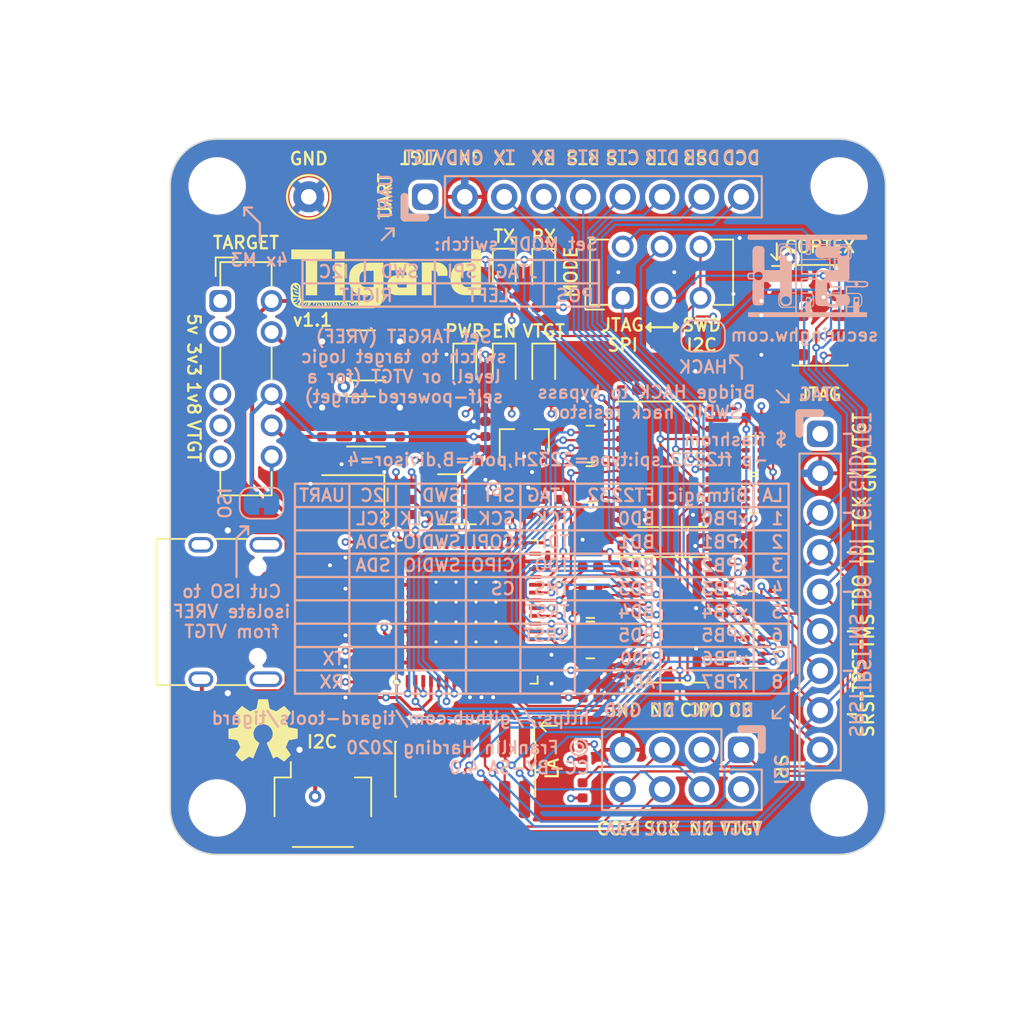
<source format=kicad_pcb>
(kicad_pcb (version 20240108) (generator "pcbnew") (generator_version "8.0")
  (title_block (title "Tigard") (date "2020-10-27") (rev "v1.1") (comment 1 "Copyright Franklin Harding 2020") (comment 2 "Licensed under CC-BY-SA 4.0"))
  (layers (0 "F.Cu" jumper) (1 "In1.Cu" power "GND") (2 "In2.Cu" power "PWR") (31 "B.Cu" signal) (34 "B.Paste" user) (35 "F.Paste" user) (36 "B.SilkS" user "B.Silkscreen") (37 "F.SilkS" user "F.Silkscreen") (38 "B.Mask" user) (39 "F.Mask" user) (44 "Edge.Cuts" user))
  (net 0 "")
  (net 1 "GND")
  (net 2 "+5V")
  (net 3 "+1V8")
  (net 4 "+3V3")
  (net 5 "/VPHY")
  (net 6 "/VPLL")
  (net 7 "Net-(C23-Pad1)")
  (net 8 "Net-(C24-Pad1)")
  (net 9 "Net-(D1-Pad2)")
  (net 10 "Net-(D2-Pad1)")
  (net 11 "Net-(D2-Pad2)")
  (net 12 "Net-(D3-Pad2)")
  (net 13 "/RXLED")
  (net 14 "/TXLED")
  (net 15 "Net-(D4-Pad2)")
  (net 16 "/~{ENABLE}")
  (net 17 "Net-(D5-Pad2)")
  (net 18 "/CLK")
  (net 19 "/DI")
  (net 20 "/USB_DP")
  (net 21 "Net-(J1-PadB5)")
  (net 22 "/USB_DN")
  (net 23 "Net-(J1-PadA5)")
  (net 24 "/CS")
  (net 25 "/UART_TX")
  (net 26 "/~{UART_RTS}")
  (net 27 "/~{UART_CTS}")
  (net 28 "/~{UART_DTR}")
  (net 29 "/~{UART_DSR}")
  (net 30 "/~{UART_DCD}")
  (net 31 "Net-(J4-Pad4)")
  (net 32 "Net-(J4-Pad5)")
  (net 33 "Net-(R6-Pad2)")
  (net 34 "Net-(R7-Pad2)")
  (net 35 "/EECS")
  (net 36 "Net-(R13-Pad2)")
  (net 37 "/EECLK")
  (net 38 "/EEDATA")
  (net 39 "Net-(R18-Pad2)")
  (net 40 "Net-(R19-Pad1)")
  (net 41 "/BD0")
  (net 42 "/AD4")
  (net 43 "/AD0")
  (net 44 "/AD2")
  (net 45 "/BD3")
  (net 46 "/BD1")
  (net 47 "/BD4")
  (net 48 "/BD5")
  (net 49 "Net-(RN3-Pad1)")
  (net 50 "Net-(RN3-Pad3)")
  (net 51 "Net-(RN3-Pad2)")
  (net 52 "Net-(RN3-Pad4)")
  (net 53 "Net-(RN4-Pad4)")
  (net 54 "Net-(RN4-Pad2)")
  (net 55 "Net-(RN4-Pad3)")
  (net 56 "Net-(RN4-Pad1)")
  (net 57 "/AD1")
  (net 58 "/AD5")
  (net 59 "/AD3")
  (net 60 "/AD6")
  (net 61 "Net-(RN5-Pad7)")
  (net 62 "Net-(RN5-Pad8)")
  (net 63 "Net-(RN5-Pad6)")
  (net 64 "Net-(RN5-Pad5)")
  (net 65 "Net-(RN6-Pad5)")
  (net 66 "Net-(RN6-Pad6)")
  (net 67 "Net-(RN6-Pad8)")
  (net 68 "Net-(RN6-Pad7)")
  (net 69 "/BD2")
  (net 70 "Net-(RN8-Pad4)")
  (net 71 "Net-(RN8-Pad3)")
  (net 72 "Net-(C25-Pad2)")
  (net 73 "/VBUS")
  (net 74 "/CORTEX_PIN2")
  (net 75 "/SWDIO")
  (net 76 "/xPB5")
  (net 77 "/xPB4")
  (net 78 "/CIPO")
  (net 79 "/COPI")
  (net 80 "VREF")
  (net 81 "VTARGET")
  (net 82 "/ICE_CDONE")
  (net 83 "/BD7")
  (net 84 "/BD6")
  (net 85 "VREG")
  (footprint "MountingHole:MountingHole_3.2mm_M3_ISO7380" (layer "F.Cu") (at 73 73)
    (property "Reference" "H4" (hide yes))
    (property "Value" "MountingHole")
  )
  (footprint "MountingHole:MountingHole_3.2mm_M3_ISO7380" (layer "F.Cu") (at 33 73)
    (property "Reference" "H3" (hide yes))
    (property "Value" "MountingHole")
  )
  (footprint "MountingHole:MountingHole_3.2mm_M3_ISO7380" (layer "F.Cu") (at 73 33)
    (property "Reference" "H2" (hide yes))
    (property "Value" "MountingHole")
  )
  (footprint "MountingHole:MountingHole_3.2mm_M3_ISO7380" (layer "F.Cu") (at 33 33)
    (property "Reference" "H1" (hide yes))
    (property "Value" "MountingHole")
  )
  (footprint "Package_SO:TSSOP-24_4.4x7.8mm_P0.65mm" (layer "F.Cu") (at 62.27 60.9)
    (property "Reference" "U5")
    (property "Value" "SN74LVC8T245")
  )
  (footprint "tigard:PinHeader_2x07_P1.27mm_Vertical_SMD" (layer "F.Cu") (at 48.95 70.51 -90)
    (property "Reference" "J6")
    (property "Value" "LA")
  )
  (footprint "LED_SMD:LED_0603_1608Metric" (layer "F.Cu") (at 54 38.526 -90)
    (property "Reference" "D3")
    (property "Value" "GREEN")
  )
  (footprint "Capacitor_SMD:C_0402_1005Metric" (layer "F.Cu") (at 39.75 48.65 90)
    (property "Reference" "C2")
    (property "Value" "2u2")
  )
  (footprint "Capacitor_SMD:C_0402_1005Metric" (layer "F.Cu") (at 40.25 56.15 -90)
    (property "Reference" "C26")
    (property "Value" "100n")
  )
  (footprint "Capacitor_SMD:C_0402_1005Metric" (layer "F.Cu") (at 32.515 68.15 180)
    (property "Reference" "C25")
    (property "Value" "NF")
  )
  (footprint "tigard:PinHeader_1x09_P2.54mm_Vertical" (layer "F.Cu") (at 46.38 33.7 90)
    (property "Reference" "J3")
    (property "Value" "UART")
  )
  (footprint "LED_SMD:LED_0603_1608Metric" (layer "F.Cu") (at 54 44.622 -90)
    (property "Reference" "D2")
    (property "Value" "BLUE")
  )
  (footprint "Capacitor_SMD:C_0402_1005Metric" (layer "F.Cu") (at 57.015 64.15)
    (property "Reference" "C12")
    (property "Value" "100n")
  )
  (footprint "tigard:SW_ALPS_SSSS224100_DP4T" (layer "F.Cu") (at 33.2 40.4 -90)
    (property "Reference" "SW1")
    (property "Value" "TARGET")
  )
  (footprint "tigard:PinHeader_2x05_P1.27mm_Vertical_SMD" (layer "F.Cu") (at 71.78 41.32)
    (property "Reference" "J5" (hide yes))
    (property "Value" "CORTEX")
  )
  (footprint "Capacitor_SMD:C_0402_1005Metric" (layer "F.Cu") (at 44.75 48.65 90)
    (property "Reference" "C1")
    (property "Value" "2u2")
  )
  (footprint "tigard:Crystal_SMD_3225-4Pin_3.2x2.5mm_RoundRect" (layer "F.Cu") (at 41.75 53.25 180)
    (property "Reference" "Y1")
    (property "Value" "12MHz")
  )
  (footprint "Capacitor_SMD:C_0402_1005Metric" (layer "F.Cu") (at 56.5 57.015 90)
    (property "Reference" "C16")
    (property "Value" "100n")
  )
  (footprint "tigard:R_Array_Convex_4x0402_RoundRect" (layer "F.Cu") (at 57 62.2)
    (property "Reference" "RN2")
    (property "Value" "100k")
  )
  (footprint "tigard:R_Array_Convex_4x0402_RoundRect" (layer "F.Cu") (at 67.5 62.85)
    (property "Reference" "RN4")
    (property "Value" "100")
  )
  (footprint "Resistor_SMD:R_0402_1005Metric" (layer "F.Cu") (at 45 52.15)
    (property "Reference" "R12")
    (property "Value" "10k")
  )
  (footprint "Capacitor_SMD:C_0402_1005Metric" (layer "F.Cu") (at 42.515 65.9 180)
    (property "Reference" "C14")
    (property "Value" "100n")
  )
  (footprint "LED_SMD:LED_0603_1608Metric" (layer "F.Cu") (at 48.92 44.622 -90)
    (property "Reference" "D1")
    (property "Value" "YELLOW")
  )
  (footprint "Capacitor_SMD:C_0402_1005Metric" (layer "F.Cu") (at 42.515 63.9 180)
    (property "Reference" "C11")
    (property "Value" "100n")
  )
  (footprint "Resistor_SMD:R_0402_1005Metric" (layer "F.Cu") (at 61.62 43.15)
    (property "Reference" "R16")
    (property "Value" "330")
  )
  (footprint "Resistor_SMD:R_0402_1005Metric" (layer "F.Cu") (at 47.015 50.65)
    (property "Reference" "R14")
    (property "Value" "10k")
  )
  (footprint "Resistor_SMD:R_0402_1005Metric" (layer "F.Cu") (at 32.5 66.9 180)
    (property "Reference" "R3")
    (property "Value" "1M")
  )
  (footprint "Inductor_SMD:L_0402_1005Metric" (layer "F.Cu") (at 39 56.135 -90)
    (property "Reference" "FB3")
    (property "Value" "600R, 0.5A")
  )
  (footprint "tigard:OSHW-Symbol_4.4x4mm_SilkScreen" (layer "F.Cu") (at 35.95 68.01)
    (property "Reference" "LOGO1" (hide yes))
    (property "Value" "Logo_Open_Hardware_Small" (hide yes))
  )
  (footprint "Resistor_SMD:R_0402_1005Metric" (layer "F.Cu") (at 57.015 47.4 180)
    (property "Reference" "R19")
    (property "Value" "10k")
  )
  (footprint "Resistor_SMD:R_0402_1005Metric" (layer "F.Cu") (at 54 46.908 180)
    (property "Reference" "R5")
    (property "Value" "330")
  )
  (footprint "Capacitor_SMD:C_0402_1005Metric" (layer "F.Cu") (at 54 53.635 90)
    (property "Reference" "C9")
    (property "Value" "2u2")
  )
  (footprint "Package_SO:TSSOP-24_4.4x7.8mm_P0.65mm" (layer "F.Cu") (at 62.27 50.9)
    (property "Reference" "U6")
    (property "Value" "SN74LVC8T245")
  )
  (footprint "Resistor_SMD:R_0402_1005Metric" (layer "F.Cu") (at 48.943 46.908 180)
    (property "Reference" "R4")
    (property "Value" "330")
  )
  (footprint "Capacitor_SMD:C_0402_1005Metric" (layer "F.Cu") (at 42.235 50.9 180)
    (property "Reference" "C23")
    (property "Value" "30pF")
  )
  (footprint "tigard:R_Array_Convex_4x0402_RoundRect" (layer "F.Cu") (at 57 59.6)
    (property "Reference" "RN1")
    (property "Value" "100k")
  )
  (footprint "Inductor_SMD:L_0402_1005Metric" (layer "F.Cu") (at 42.515 62.9)
    (property "Reference" "FB2")
    (property "Value" "600R, 0.5A")
  )
  (footprint "tigard:SW_CuK_JS202011CQN_DPDT_Straight" (layer "F.Cu") (at 59.08 40.2)
    (property "Reference" "SW2")
    (property "Value" "MODE")
  )
  (footprint "Resistor_SMD:R_0402_1005Metric" (layer "F.Cu") (at 50.75 53.635 -90)
    (property "Reference" "R13")
    (property "Value" "10k")
  )
  (footprint "tigard:R_Array_Convex_4x0402_RoundRect" (layer "F.Cu") (at 57 49.6)
    (property "Reference" "RN5")
    (property "Value" "100")
  )
  (footprint "tigard:SOT-23-6_RoundRect" (layer "F.Cu") (at 48.1 53.15 180)
    (property "Reference" "U4")
    (property "Value" "93LC46BT-I/OT")
  )
  (footprint "Resistor_SMD:R_0402_1005Metric" (layer "F.Cu") (at 56.5 71.87 -90)
    (property "Reference" "R20")
    (property "Value" "10k")
  )
  (footprint "Capacitor_SMD:C_0402_1005Metric" (layer "F.Cu") (at 44.75 44.4 90)
    (property "Reference" "C3")
    (property "Value" "2u2")
  )
  (footprint "Resistor_SMD:R_0402_1005Metric" (layer "F.Cu") (at 51.46 46.908)
    (property "Reference" "R11")
    (property "Value" "330")
  )
  (footprint "Capacitor_SMD:C_0402_1005Metric" (layer "F.Cu") (at 59.485 46.135)
    (property "Reference" "C19")
    (property "Value" "100n")
  )
  (footprint "tigard:SOT-23-5_RoundRect" (layer "F.Cu") (at 42.25 48.15 180)
    (property "Reference" "U1")
    (property "Value" "AP7365-18")
  )
  (footprint "tigard:R_Array_Convex_4x0402_RoundRect" (layer "F.Cu") (at 67.5 60.25)
    (property "Reference" "RN3")
    (property "Value" "100")
  )
  (footprint "Capacitor_SMD:C_0402_1005Metric" (layer "F.Cu") (at 45.5 53.65 -90)
    (property "Reference" "C18")
    (property "Value" "100n")
  )
  (footprint "Resistor_SMD:R_0402_1005Metric" (layer "F.Cu") (at 39 62.415 -90)
    (property "Reference" "R2" (hide yes))
    (property "Value" "5k1")
  )
  (footprint "Capacitor_SMD:C_0402_1005Metric" (layer "F.Cu") (at 42.515 56.9 180)
    (property "Reference" "C6")
    (property "Value" "2u2")
  )
  (footprint "Capacitor_SMD:C_0402_1005Metric" (layer "F.Cu") (at 52 53.635 90)
    (property "Reference" "C17")
    (property "Value" "100n")
  )
  (footprint "tigard:USB_C_Receptacle_HRO_TYPE-C-31-M-12" (layer "F.Cu") (at 33 60.4 -90)
    (property "Reference" "J1")
    (property "Value" "USB_C_Receptacle_USB2.0")
  )
  (footprint "Resistor_SMD:R_0402_1005Metric" (layer "F.Cu") (at 39 58.4 -90)
    (property "Reference" "R1")
    (property "Value" "5k1")
  )
  (footprint "tigard:PinHeader_2x04_P2.54mm_Vertical" (layer "F.Cu") (at 66.7 69.26 -90)
    (property "Reference" "J4")
    (property "Value" "SPI")
  )
  (footprint "Resistor_SMD:R_0402_1005Metric" (layer "F.Cu") (at 57.5 57.015 -90)
    (property "Reference" "R18")
    (property "Value" "10k")
  )
  (footprint "Resistor_SMD:R_0402_1005Metric" (layer "F.Cu") (at 42.515 58.9)
    (property "Reference" "R6")
    (property "Value" "12k, 1%")
  )
  (footprint "Resistor_SMD:R_0402_1005Metric" (layer "F.Cu") (at 51.46 40.812)
    (property "Reference" "R9")
    (property "Value" "330")
  )
  (footprint "tigard:SOT-23_RoundRect" (layer "F.Cu") (at 52.75 49.4 90)
    (property "Reference" "Q1")
    (property "Value" "BSH103")
  )
  (footprint "Resistor_SMD:R_0402_1005Metric" (layer "F.Cu") (at 56.5 69.385 90)
    (property "Reference" "R21")
    (property "Value" "10k")
  )
  (footprint "Resistor_SMD:R_0402_1005Metric" (layer "F.Cu") (at 49.235 50.65)
    (property "Reference" "R15")
    (property "Value" "2.2k")
  )
  (footprint "Resistor_SMD:R_0402_1005Metric" (layer "F.Cu") (at 67.515 47.9 180)
    (property "Reference" "R10")
    (property "Value" "10k")
  )
  (footprint "Capacitor_SMD:C_0402_1005Metric" (layer "F.Cu") (at 59.515 56.135)
    (property "Reference" "C20")
    (property "Value" "100n")
  )
  (footprint "Capacitor_SMD:C_0402_1005Metric" (layer "F.Cu") (at 42.515 57.9 180)
    (property "Reference" "C5")
    (property "Value" "100n")
  )
  (footprint "Resistor_SMD:R_0402_1005Metric" (layer "F.Cu") (at 42.515 64.9)
    (property "Reference" "R7")
    (property "Value" "10k")
  )
  (footprint "Resistor_SMD:R_0402_1005Metric" (layer "F.Cu") (at 54.023 40.812)
    (property "Reference" "R8")
    (property "Value" "330")
  )
  (footprint "tigard:SOT-23-5_RoundRect" (layer "F.Cu") (at 42.25 43.9 180)
    (property "Reference" "U2")
    (property "Value" "AP7365-33")
  )
  (footprint "tigard:R_Array_Convex_4x0402_RoundRect" (layer "F.Cu") (at 67.5 50.25)
    (property "Reference" "RN7")
    (property "Value" "100k")
  )
  (footprint "Capacitor_SMD:C_0402_1005Metric" (layer "F.Cu") (at 42.515 61.9 180)
    (property "Reference" "C7")
    (property "Value" "2u2")
  )
  (footprint "Capacitor_SMD:C_0402_1005Metric" (layer "F.Cu") (at 42.515 60.9 180)
    (property "Reference" "C8")
    (property "Value" "100n")
  )
  (footprint "Inductor_SMD:L_0402_1005Metric" (layer "F.Cu") (at 42.515 55.9)
    (property "Reference" "FB1")
    (property "Value" "600R, 0.5A")
  )
  (footprint "Capacitor_SMD:C_0402_1005Metric" (layer "F.Cu") (at 57.015 65.9)
    (property "Reference" "C15")
    (property "Value" "100n")
  )
  (footprint "tigard:R_Array_Convex_4x0402_RoundRect" (layer "F.Cu") (at 67.5 52.85)
    (property "Reference" "RN8")
    (property "Value" "100k")
  )
  (footprint "tigard:R_Array_Convex_4x0402_RoundRect" (layer "F.Cu") (at 57 52.2)
    (property "Reference" "RN6")
    (property "Value" "100")
  )
  (footprint "Resistor_SMD:R_0402_1005Metric" (layer "F.Cu") (at 65.015 44.9 180)
    (property "Reference" "R17")
    (property "Value" "1M")
  )
  (footprint "Capacitor_SMD:C_0402_1005Metric" (layer "F.Cu") (at 44.5 53.65 90)
    (property "Reference" "C13")
    (property "Value" "100n")
  )
  (footprint "LED_SMD:LED_0603_1608Metric" (layer "F.Cu") (at 51.46 38.526 -90)
    (property "Reference" "D4")
    (property "Value" "YELLOW")
  )
  (footprint "LED_SMD:LED_0603_1608Metric" (layer "F.Cu") (at 51.46 44.622 -90)
    (property "Reference" "D5")
    (property "Value" "GREEN")
  )
  (footprint "Capacitor_SMD:C_0402_1005Metric" (layer "F.Cu") (at 53 53.635 90)
    (property "Reference" "C10")
    (property "Value" "2u2")
  )
  (footprint "Capacitor_SMD:C_0402_1005Metric" (layer "F.Cu") (at 39.75 44.385 90)
    (property "Reference" "C4")
    (property "Value" "2u2")
  )
  (footprint "Package_DFN_QFN:QFN-64-1EP_9x9mm_P0.5mm_EP4.35x4.35mm_ThermalVias" (layer "F.Cu") (at 49 60.4)
    (property "Reference" "U3")
    (property "Value" "FT2232HQ")
  )
  (footprint "Capacitor_SMD:C_0402_1005Metric" (layer "F.Cu") (at 64.985 56.15 180)
    (property "Reference" "C22")
    (property "Value" "100n")
  )
  (footprint "Capacitor_SMD:C_0402_1005Metric" (layer "F.Cu") (at 39 53.635 90)
    (property "Reference" "C24")
    (property "Value" "30pF")
  )
  (footprint "Resistor_SMD:R_0402_1005Metric" (layer "F.Cu") (at 50.25 48.635 -90)
    (property "Reference" "R24" (hide yes))
    (property "Value" "10k")
  )
  (footprint "Capacitor_SMD:C_0402_1005Metric" (layer "F.Cu") (at 65.015 46.135 180)
    (property "Reference" "C21")
    (property "Value" "100n")
  )
  (footprint "Connector_JST:JST_SH_SM04B-SRSS-TB_1x04-1MP_P1.00mm_Horizontal" (layer "F.Cu") (at 39.795 72.825)
    (property "Reference" "J7" (hide yes))
    (property "Value" "I2C")
  )
  (footprint "TestPoint:TestPoint_Keystone_5000-5004_Miniature" (layer "F.Cu") (at 38.89 33.7 180)
    (property "Reference" "TP1")
    (property "Value" "GND")
  )
  (footprint "tigard:PinHeader_1x09_P2.54mm_Vertical" (layer "F.Cu") (at 71.78 48.94)
    (property "Reference" "J2")
    (property "Value" "JTAG")
  )
  (footprint "Resistor_SMD:R_0402_1005Metric" (layer "F.Cu") (at 55 53.65 -90)
    (property "Reference" "R22")
    (property "Value" "2k2")
  )
  (footprint "tigard:Tigard_Logo" (layer "F.Cu") (at 43.84 38.9832)
    (property "Reference" "G***" (hide yes))
    (property "Value" "LOGO" (hide yes))
  )
  (footprint "tigard:Securing_Hardware_Logo" (layer "B.Cu") (at 71.018 38.78 180)
    (property "Reference" "LOGO2")
    (property "Value" "Logo_SH")
  )
  (footprint "Jumper:SolderJumper-2_P1.3mm_Bridged_RoundedPad1.0x1.5mm" (layer "B.Cu") (at 35.85 53.4 180)
    (property "Reference" "JP1")
    (property "Value" "ISO")
  )
  (footprint "Jumper:SolderJumper-2_P1.3mm_Open_RoundedPad1.0x1.5mm" (layer "B.Cu") (at 64.25 42.65 180)
    (property "Reference" "JP2")
    (property "Value" "HACK")
  )
  (gr_line (start 69.75 53.65) (end 69.75 65.65) (stroke (width 0.15)) (layer "B.SilkS"))
  (gr_line (start 67.5 53.65) (end 67.5 65.65) (stroke (width 0.15)) (layer "B.SilkS"))
  (gr_line (start 68 65.65) (end 69.75 65.65) (stroke (width 0.15)) (layer "B.SilkS"))
  (gr_line (start 69.75 64.15) (end 68 64.15) (stroke (width 0.15)) (layer "B.SilkS"))
  (gr_line (start 69.75 62.65) (end 68 62.65) (stroke (width 0.15)) (layer "B.SilkS"))
  (gr_line (start 69.75 61.15) (end 68 61.15) (stroke (width 0.15)) (layer "B.SilkS"))
  (gr_line (start 69.75 59.65) (end 68 59.65) (stroke (width 0.15)) (layer "B.SilkS"))
  (gr_line (start 69.75 58.15) (end 68 58.15) (stroke (width 0.15)) (layer "B.SilkS"))
  (gr_line (start 69.75 56.65) (end 68 56.65) (stroke (width 0.15)) (layer "B.SilkS"))
  (gr_line (start 69.75 55.15) (end 68 55.15) (stroke (width 0.15)) (layer "B.SilkS"))
  (gr_line (start 67.5 55.15) (end 62 55.15) (stroke (width 0.15)) (layer "B.SilkS"))
  (gr_line (start 61.5 55.15) (end 61.5 53.65) (stroke (width 0.15)) (layer "B.SilkS"))
  (gr_line (start 56 53.65) (end 56 55.15) (stroke (width 0.15)) (layer "B.SilkS"))
  (gr_line (start 56 55.15) (end 61.5 55.15) (stroke (width 0.15)) (layer "B.SilkS"))
  (gr_line (start 53.5 52.15) (end 53 52.15) (stroke (width 0.15)) (layer "B.SilkS"))
  (gr_line (start 53 53.65) (end 53.5 53.65) (stroke (width 0.15)) (layer "B.SilkS"))
  (gr_line (start 46 52.15) (end 44.5 52.15) (stroke (width 0.15)) (layer "B.SilkS"))
  (gr_line (start 46 53.65) (end 44.5 53.65) (stroke (width 0.15)) (layer "B.SilkS"))
  (gr_line (start 56 55.15) (end 53 55.15) (stroke (width 0.15)) (layer "B.SilkS"))
  (gr_line (start 52.5 55.15) (end 52.5 53.65) (stroke (width 0.15)) (layer "B.SilkS"))
  (gr_line (start 49 53.65) (end 49 55.15) (stroke (width 0.15)) (layer "B.SilkS"))
  (gr_line (start 49.5 55.15) (end 52.5 55.15) (stroke (width 0.15)) (layer "B.SilkS"))
  (gr_line (start 48.75 55.15) (end 44.5 55.15) (stroke (width 0.15)) (layer "B.SilkS"))
  (gr_line (start 44.5 55.15) (end 44.5 53.65) (stroke (width 0.15)) (layer "B.SilkS"))
  (gr_line (start 41.5 53.65) (end 41.5 55.15) (stroke (width 0.15)) (layer "B.SilkS"))
  (gr_line (start 42 55.15) (end 44.5 55.15) (stroke (width 0.15)) (layer "B.SilkS"))
  (gr_line (start 41.5 55.15) (end 38 55.15) (stroke (width 0.15)) (layer "B.SilkS"))
  (gr_line (start 38 55.15) (end 38 53.65) (stroke (width 0.15)) (layer "B.SilkS"))
  (gr_line (start 61.5 55.15) (end 61.5 65.65) (stroke (width 0.15)) (layer "B.SilkS"))
  (gr_line (start 62 65.65) (end 67.5 65.65) (stroke (width 0.15)) (layer "B.SilkS"))
  (gr_line (start 67.5 64.15) (end 62 64.15) (stroke (width 0.15)) (layer "B.SilkS"))
  (gr_line (start 67.5 62.65) (end 62 62.65) (stroke (width 0.15)) (layer "B.SilkS"))
  (gr_line (start 67.5 61.15) (end 62 61.15) (stroke (width 0.15)) (layer "B.SilkS"))
  (gr_line (start 67.5 59.65) (end 62 59.65) (stroke (width 0.15)) (layer "B.SilkS"))
  (gr_line (start 67.5 58.15) (end 62 58.15) (stroke (width 0.15)) (layer "B.SilkS"))
  (gr_line (start 67.5 56.65) (end 62 56.65) (stroke (width 0.15)) (layer "B.SilkS"))
  (gr_line (start 61.5 56.65) (end 56 56.65) (stroke (width 0.15)) (layer "B.SilkS"))
  (gr_line (start 56 56.65) (end 56 55.15) (stroke (width 0.15)) (layer "B.SilkS"))
  (gr_line (start 61.5 58.15) (end 56 58.15) (stroke (width 0.15)) (layer "B.SilkS"))
  (gr_line (start 56 58.15) (end 56 56.65) (stroke (width 0.15)) (layer "B.SilkS"))
  (gr_line (start 61.5 59.65) (end 56 59.65) (stroke (width 0.15)) (layer "B.SilkS"))
  (gr_line (start 56 59.65) (end 56 58.15) (stroke (width 0.15)) (layer "B.SilkS"))
  (gr_line (start 61.5 61.15) (end 56 61.15) (stroke (width 0.15)) (layer "B.SilkS"))
  (gr_line (start 56 61.15) (end 56 59.65) (stroke (width 0.15)) (layer "B.SilkS"))
  (gr_line (start 61.5 62.65) (end 56 62.65) (stroke (width 0.15)) (layer "B.SilkS"))
  (gr_line (start 56 62.65) (end 56 61.15) (stroke (width 0.15)) (layer "B.SilkS"))
  (gr_line (start 61.5 64.15) (end 56 64.15) (stroke (width 0.15)) (layer "B.SilkS"))
  (gr_line (start 56 64.15) (end 56 62.65) (stroke (width 0.15)) (layer "B.SilkS"))
  (gr_line (start 61.5 65.65) (end 56 65.65) (stroke (width 0.15)) (layer "B.SilkS"))
  (gr_line (start 56 65.65) (end 56 64.15) (stroke (width 0.15)) (layer "B.SilkS"))
  (gr_line (start 56 56.65) (end 53 56.65) (stroke (width 0.15)) (layer "B.SilkS"))
  (gr_line (start 52.5 56.65) (end 52.5 55.15) (stroke (width 0.15)) (layer "B.SilkS"))
  (gr_line (start 56 58.15) (end 53 58.15) (stroke (width 0.15)) (layer "B.SilkS"))
  (gr_line (start 52.5 58.15) (end 52.5 56.65) (stroke (width 0.15)) (layer "B.SilkS"))
  (gr_line (start 56 59.65) (end 53 59.65) (stroke (width 0.15)) (layer "B.SilkS"))
  (gr_line (start 52.5 59.65) (end 52.5 58.15) (stroke (width 0.15)) (layer "B.SilkS"))
  (gr_line (start 56 61.15) (end 53 61.15) (stroke (width 0.15)) (layer "B.SilkS"))
  (gr_line (start 52.5 61.15) (end 52.5 59.65) (stroke (width 0.15)) (layer "B.SilkS"))
  (gr_line (start 56 62.65) (end 53 62.65) (stroke (width 0.15)) (layer "B.SilkS"))
  (gr_line (start 52.5 61.15) (end 52.5 62.65) (stroke (width 0.15)) (layer "B.SilkS"))
  (gr_line (start 56 64.15) (end 53 64.15) (stroke (width 0.15)) (layer "B.SilkS"))
  (gr_line (start 52.5 64.15) (end 52.5 62.65) (stroke (width 0.15)) (layer "B.SilkS"))
  (gr_line (start 56 65.65) (end 53 65.65) (stroke (width 0.15)) (layer "B.SilkS"))
  (gr_line (start 52.5 65.65) (end 52.5 64.15) (stroke (width 0.15)) (layer "B.SilkS"))
  (gr_line (start 52.5 56.65) (end 49.5 56.65) (stroke (width 0.15)) (layer "B.SilkS"))
  (gr_line (start 49 56.65) (end 49 55.15) (stroke (width 0.15)) (layer "B.SilkS"))
  (gr_line (start 52.5 58.15) (end 49.5 58.15) (stroke (width 0.15)) (layer "B.SilkS"))
  (gr_line (start 49 58.15) (end 49 56.65) (stroke (width 0.15)) (layer "B.SilkS"))
  (gr_line (start 52.5 59.65) (end 49.5 59.65) (stroke (width 0.15)) (layer "B.SilkS"))
  (gr_line (start 49 59.65) (end 49 58.15) (stroke (width 0.15)) (layer "B.SilkS"))
  (gr_line (start 52.5 61.15) (end 49.5 61.15) (stroke (width 0.15)) (layer "B.SilkS"))
  (gr_line (start 49 61.15) (end 49 59.65) (stroke (width 0.15)) (layer "B.SilkS"))
  (gr_line (start 52.5 62.65) (end 49.5 62.65) (stroke (width 0.15)) (layer "B.SilkS"))
  (gr_line (start 49 62.65) (end 49 61.15) (stroke (width 0.15)) (layer "B.SilkS"))
  (gr_line (start 52.5 64.15) (end 49.5 64.15) (stroke (width 0.15)) (layer "B.SilkS"))
  (gr_line (start 49 64.15) (end 49 62.65) (stroke (width 0.15)) (layer "B.SilkS"))
  (gr_line (start 52.5 65.65) (end 49.5 65.65) (stroke (width 0.15)) (layer "B.SilkS"))
  (gr_line (start 49 65.65) (end 49 64.15) (stroke (width 0.15)) (layer "B.SilkS"))
  (gr_line (start 49 56.65) (end 44.5 56.65) (stroke (width 0.15)) (layer "B.SilkS"))
  (gr_line (start 44.5 56.65) (end 44.5 55.15) (stroke (width 0.15)) (layer "B.SilkS"))
  (gr_line (start 49 58.15) (end 44.5 58.15) (stroke (width 0.15)) (layer "B.SilkS"))
  (gr_line (start 44.5 56.65) (end 44.5 58.15) (stroke (width 0.15)) (layer "B.SilkS"))
  (gr_line (start 49 59.65) (end 44.5 59.65) (stroke (width 0.15)) (layer "B.SilkS"))
  (gr_line (start 44.5 59.65) (end 44.5 58.15) (stroke (width 0.15)) (layer "B.SilkS"))
  (gr_line (start 49 61.15) (end 44.5 61.15) (stroke (width 0.15)) (layer "B.SilkS"))
  (gr_line (start 44.5 61.15) (end 44.5 59.65) (stroke (width 0.15)) (layer "B.SilkS"))
  (gr_line (start 49 62.65) (end 44.5 62.65) (stroke (width 0.15)) (layer "B.SilkS"))
  (gr_line (start 44.5 62.65) (end 44.5 61.15) (stroke (width 0.15)) (layer "B.SilkS"))
  (gr_line (start 49 64.15) (end 44.5 64.15) (stroke (width 0.15)) (layer "B.SilkS"))
  (gr_line (start 44.5 64.15) (end 44.5 62.65) (stroke (width 0.15)) (layer "B.SilkS"))
  (gr_line (start 49 65.65) (end 44.5 65.65) (stroke (width 0.15)) (layer "B.SilkS"))
  (gr_line (start 44.5 65.65) (end 44.5 64.15) (stroke (width 0.15)) (layer "B.SilkS"))
  (gr_line (start 44.5 56.65) (end 42 56.65) (stroke (width 0.15)) (layer "B.SilkS"))
  (gr_line (start 41.5 56.65) (end 41.5 55.15) (stroke (width 0.15)) (layer "B.SilkS"))
  (gr_line (start 41.5 56.65) (end 38 56.65) (stroke (width 0.15)) (layer "B.SilkS"))
  (gr_line (start 38 56.65) (end 38 55.15) (stroke (width 0.15)) (layer "B.SilkS"))
  (gr_line (start 44.5 58.15) (end 42 58.15) (stroke (width 0.15)) (layer "B.SilkS"))
  (gr_line (start 41.5 58.15) (end 41.5 56.65) (stroke (width 0.15)) (layer "B.SilkS"))
  (gr_line (start 41.5 58.15) (end 38 58.15) (stroke (width 0.15)) (layer "B.SilkS"))
  (gr_line (start 38 58.15) (end 38 56.65) (stroke (width 0.15)) (layer "B.SilkS"))
  (gr_line (start 44.5 59.65) (end 42 59.65) (stroke (width 0.15)) (layer "B.SilkS"))
  (gr_line (start 41.5 59.65) (end 41.5 58.15) (stroke (width 0.15)) (layer "B.SilkS"))
  (gr_line (start 41.5 59.65) (end 38 59.65) (stroke (width 0.15)) (layer "B.SilkS"))
  (gr_line (start 38 59.65) (end 38 58.15) (stroke (width 0.15)) (layer "B.SilkS"))
  (gr_line (start 44.5 61.15) (end 42 61.15) (stroke (width 0.15)) (layer "B.SilkS"))
  (gr_line (start 41.5 61.15) (end 41.5 59.65) (stroke (width 0.15)) (layer "B.SilkS"))
  (gr_line (start 41.5 61.15) (end 38 61.15) (stroke (width 0.15)) (layer "B.SilkS"))
  (gr_line (start 38 61.15) (end 38 59.65) (stroke (width 0.15)) (layer "B.SilkS"))
  (gr_line (start 44.5 62.65) (end 42 62.65) (stroke (width 0.15)) (layer "B.SilkS"))
  (gr_line (start 41.5 62.65) (end 41.5 61.15) (stroke (width 0.15)) (layer "B.SilkS"))
  (gr_line (start 41.5 62.65) (end 38 62.65) (stroke (width 0.15)) (layer "B.SilkS"))
  (gr_line (start 38 62.65) (end 38 61.15) (stroke (width 0.15)) (layer "B.SilkS"))
  (gr_line (start 44.5 64.15) (end 42 64.15) (stroke (width 0.15)) (layer "B.SilkS"))
  (gr_line (start 41.5 64.15) (end 41.5 62.65) (stroke (width 0.15)) (layer "B.SilkS"))
  (gr_line (start 41.5 64.15) (end 38 64.15) (stroke (width 0.15)) (layer "B.SilkS"))
  (gr_line (start 38 64.15) (end 38 62.65) (stroke (width 0.15)) (layer "B.SilkS"))
  (gr_line (start 44.5 65.65) (end 42 65.65) (stroke (width 0.15)) (layer "B.SilkS"))
  (gr_line (start 41.5 65.65) (end 41.5 64.15) (stroke (width 0.15)) (layer "B.SilkS"))
  (gr_line (start 41.5 65.65) (end 38 65.65) (stroke (width 0.15)) (layer "B.SilkS"))
  (gr_line (start 38 65.65) (end 38 64.15) (stroke (width 0.15)) (layer "B.SilkS"))
  (gr_line (start 53 52.15) (end 52.5 52.15) (stroke (width 0.15)) (layer "B.SilkS"))
  (gr_line (start 53 53.65) (end 52.5 53.65) (stroke (width 0.15)) (layer "B.SilkS"))
  (gr_line (start 53 55.15) (end 52.5 55.15) (stroke (width 0.15)) (layer "B.SilkS"))
  (gr_line (start 53 56.65) (end 52.5 56.65) (stroke (width 0.15)) (layer "B.SilkS"))
  (gr_line (start 53 58.15) (end 52.5 58.15) (stroke (width 0.15)) (layer "B.SilkS"))
  (gr_line (start 53 59.65) (end 52.5 59.65) (stroke (width 0.15)) (layer "B.SilkS"))
  (gr_line (start 53 61.15) (end 52.5 61.15) (stroke (width 0.15)) (layer "B.SilkS"))
  (gr_line (start 53 62.65) (end 52.5 62.65) (stroke (width 0.15)) (layer "B.SilkS"))
  (gr_line (start 53 64.15) (end 52.5 64.15) (stroke (width 0.15)) (layer "B.SilkS"))
  (gr_line (start 53 65.65) (end 52.5 65.65) (stroke (width 0.15)) (layer "B.SilkS"))
  (gr_line (start 49.5 52.15) (end 49 52.15) (stroke (width 0.15)) (layer "B.SilkS"))
  (gr_line (start 49 53.65) (end 49.5 53.65) (stroke (width 0.15)) (layer "B.SilkS"))
  (gr_line (start 49.5 55.15) (end 49 55.15) (stroke (width 0.15)) (layer "B.SilkS"))
  (gr_line (start 49 56.65) (end 49.5 56.65) (stroke (width 0.15)) (layer "B.SilkS"))
  (gr_line (start 49.5 58.15) (end 49 58.15) (stroke (width 0.15)) (layer "B.SilkS"))
  (gr_line (start 49.5 59.65) (end 49 59.65) (stroke (width 0.15)) (layer "B.SilkS"))
  (gr_line (start 49.5 61.15) (end 49 61.15) (stroke (width 0.15)) (layer "B.SilkS"))
  (gr_line (start 49.5 62.65) (end 49 62.65) (stroke (width 0.15)) (layer "B.SilkS"))
  (gr_line (start 49.5 64.15) (end 49 64.15) (stroke (width 0.15)) (layer "B.SilkS"))
  (gr_line (start 49.5 65.65) (end 49 65.65) (stroke (width 0.15)) (layer "B.SilkS"))
  (gr_line (start 41.5 52.15) (end 42 52.15) (stroke (width 0.15)) (layer "B.SilkS"))
  (gr_line (start 42 53.65) (end 41.5 53.65) (stroke (width 0.15)) (layer "B.SilkS"))
  (gr_line (start 41.5 55.15) (end 42 55.15) (stroke (width 0.15)) (layer "B.SilkS"))
  (gr_line (start 42 56.65) (end 41.5 56.65) (stroke (width 0.15)) (layer "B.SilkS"))
  (gr_line (start 42 58.15) (end 41.5 58.15) (stroke (width 0.15)) (layer "B.SilkS"))
  (gr_line (start 41.5 59.65) (end 42 59.65) (stroke (width 0.15)) (layer "B.SilkS"))
  (gr_line (start 42 61.15) (end 41.5 61.15) (stroke (width 0.15)) (layer "B.SilkS"))
  (gr_line (start 41.5 62.65) (end 42 62.65) (stroke (width 0.15)) (layer "B.SilkS"))
  (gr_line (start 42 64.15) (end 41.5 64.15) (stroke (width 0.15)) (layer "B.SilkS"))
  (gr_line (start 41.5 65.65) (end 42 65.65) (stroke (width 0.15)) (layer "B.SilkS"))
  (gr_line (start 48.75 55.15) (end 49 55.15) (stroke (width 0.15)) (layer "B.SilkS"))
  (gr_line (start 38.984 37.764) (end 40 37.764) (stroke (width 0.15)) (layer "B.SilkS"))
  (gr_line (start 73.304 64.18) (end 73.812 64.18) (stroke (width 0.15)) (layer "B.SilkS"))
  (gr_line (start 73.304 59.1) (end 73.812 59.1) (stroke (width 0.15)) (layer "B.SilkS"))
  (gr_line (start 73.304 54.02) (end 73.812 54.02) (stroke (width 0.15)) (layer "B.SilkS"))
  (gr_line (start 73.304 48.94) (end 73.812 48.94) (stroke (width 0.15)) (layer "B.SilkS"))
  (gr_line (start 69.75 52.15) (end 69.75 53.65) (stroke (width 0.15)) (layer "B.SilkS"))
  (gr_line (start 69.75 53.65) (end 68 53.65) (stroke (width 0.15)) (layer "B.SilkS"))
  (gr_line (start 67.5 53.65) (end 67.5 52.15) (stroke (width 0.15)) (layer "B.SilkS"))
  (gr_line (start 68 52.15) (end 69.75 52.15) (stroke (width 0.15)) (layer "B.SilkS"))
  (gr_line (start 67.5 52.15) (end 62 52.15) (stroke (width 0.15)) (layer "B.SilkS"))
  (gr_line (start 61.5 52.15) (end 61.5 53.65) (stroke (width 0.15)) (layer "B.SilkS"))
  (gr_line (start 62 53.65) (end 67.5 53.65) (stroke (width 0.15)) (layer "B.SilkS"))
  (gr_line (start 61.5 52.15) (end 56 52.15) (stroke (width 0.15)) (layer "B.SilkS"))
  (gr_line (start 56 52.15) (end 56 53.65) (stroke (width 0.15)) (layer "B.SilkS"))
  (gr_line (start 56 53.65) (end 61.5 53.65) (stroke (width 0.15)) (layer "B.SilkS"))
  (gr_line (start 56 52.15) (end 53.5 52.15) (stroke (width 0.15)) (layer "B.SilkS"))
  (gr_line (start 52.5 52.15) (end 52.5 53.65) (stroke (width 0.15)) (layer "B.SilkS"))
  (gr_line (start 53.5 53.65) (end 56 53.65) (stroke (width 0.15)) (layer "B.SilkS"))
  (gr_line (start 52.5 52.15) (end 49.5 52.15) (stroke (width 0.15)) (layer "B.SilkS"))
  (gr_line (start 49 52.15) (end 49 53.65) (stroke (width 0.15)) (layer "B.SilkS"))
  (gr_line (start 49.5 53.65) (end 52.5 53.65) (stroke (width 0.15)) (layer "B.SilkS"))
  (gr_line (start 49 52.15) (end 46 52.15) (stroke (width 0.15)) (layer "B.SilkS"))
  (gr_line (start 44.5 52.15) (end 44.5 53.65) (stroke (width 0.15)) (layer "B.SilkS"))
  (gr_line (start 46 53.65) (end 49 53.65) (stroke (width 0.15)) (layer "B.SilkS"))
  (gr_line (start 44.5 52.15) (end 42 52.15) (stroke (width 0.15)) (layer "B.SilkS"))
  (gr_line (start 41.5 52.15) (end 41.5 53.65) (stroke (width 0.15)) (layer "B.SilkS"))
  (gr_line (start 42 53.65) (end 44.5 53.65) (stroke (width 0.15)) (layer "B.SilkS"))
  (gr_line (start 41.5 52.15) (end 38.25 52.15) (stroke (width 0.15)) (layer "B.SilkS"))
  (gr_line (start 38.25 52.15) (end 38 52.15) (stroke (width 0.15)) (layer "B.SilkS"))
  (gr_line (start 38 52.15) (end 38 53.65) (stroke (width 0.15)) (layer "B.SilkS"))
  (gr_line (start 38 53.65) (end 41.5 53.65) (stroke (width 0.15)) (layer "B.SilkS"))
  (gr_line (start 68 52.15) (end 67.5 52.15) (stroke (width 0.15)) (layer "B.SilkS"))
  (gr_line (start 62 52.15) (end 61.5 52.15) (stroke (width 0.15)) (layer "B.SilkS"))
  (gr_line (start 61.5 53.65) (end 62 53.65) (stroke (width 0.15)) (layer "B.SilkS"))
  (gr_line (start 68 53.65) (end 67.5 53.65) (stroke (width 0.15)) (layer "B.SilkS"))
  (gr_line (start 68 55.15) (end 67.5 55.15) (stroke (width 0.15)) (layer "B.SilkS"))
  (gr_line (start 68 56.65) (end 67.5 56.65) (stroke (width 0.15)) (layer "B.SilkS"))
  (gr_line (start 62 55.15) (end 61.5 55.15) (stroke (width 0.15)) (layer "B.SilkS"))
  (gr_line (start 61.5 56.65) (end 62 56.65) (stroke (width 0.15)) (layer "B.SilkS"))
  (gr_line (start 68 58.15) (end 67.5 58.15) (stroke (width 0.15)) (layer "B.SilkS"))
  (gr_line (start 68 59.65) (end 67.5 59.65) (stroke (width 0.15)) (layer "B.SilkS"))
  (gr_line (start 68 61.15) (end 67.5 61.15) (stroke (width 0.15)) (layer "B.SilkS"))
  (gr_line (start 68 62.65) (end 67.5 62.65) (stroke (width 0.15)) (layer "B.SilkS"))
  (gr_line (start 68 64.15) (end 67.5 64.15) (stroke (width 0.15)) (layer "B.SilkS"))
  (gr_line (start 68 65.65) (end 67.5 65.65) (stroke (width 0.15)) (layer "B.SilkS"))
  (gr_line (start 62 58.15) (end 61.5 58.15) (stroke (width 0.15)) (layer "B.SilkS"))
  (gr_line (start 62 59.65) (end 61.5 59.65) (stroke (width 0.15)) (layer "B.SilkS"))
  (gr_line (start 62 61.15) (end 61.5 61.15) (stroke (width 0.15)) (layer "B.SilkS"))
  (gr_line (start 62 62.65) (end 61.5 62.65) (stroke (width 0.15)) (layer "B.SilkS"))
  (gr_line (start 61.5 64.15) (end 62 64.15) (stroke (width 0.15)) (layer "B.SilkS"))
  (gr_line (start 62 65.65) (end 61.5 65.65) (stroke (width 0.15)) (layer "B.SilkS"))
  (gr_line (start 34.242 58.15) (end 34.242 55.65) (stroke (width 0.15)) (layer "B.SilkS"))
  (gr_line (start 34.242 55.65) (end 34.992 54.9) (stroke (width 0.15)) (layer "B.SilkS"))
  (gr_line (start 34.992 54.9) (end 34.992 55.4) (stroke (width 0.15)) (layer "B.SilkS"))
  (gr_line (start 34.992 54.9) (end 34.492 54.9) (stroke (width 0.15)) (layer "B.SilkS"))
  (gr_line (start 35.742 35.392) (end 35.742 36.642) (stroke (width 0.15)) (layer "B.SilkS"))
  (gr_line (start 35.742 35.392) (end 34.742 34.392) (stroke (width 0.15)) (layer "B.SilkS"))
  (gr_line (start 34.742 34.392) (end 35.242 34.392) (stroke (width 0.15)) (layer "B.SilkS"))
  (gr_line (start 34.742 34.392) (end 34.742 34.892) (stroke (width 0.15)) (layer "B.SilkS"))
  (gr_line (start 66.746 44.65) (end 65.996 43.9) (stroke (width 0.15)) (layer "B.SilkS"))
  (gr_line (start 65.996 43.9) (end 66.496 43.9) (stroke (width 0.15)) (layer "B.SilkS"))
  (gr_line (start 65.996 43.9) (end 65.996 44.4) (stroke (width 0.15)) (layer "B.SilkS"))
  (gr_line (start 66.746 44.65) (end 66.746 45.4) (stroke (width 0.15)) (layer "B.SilkS"))
  (gr_line (start 38.484 37.764) (end 38.984 37.764) (stroke (width 0.15)) (layer "B.SilkS"))
  (gr_line (start 47.5 37.764) (end 47 37.764) (stroke (width 0.15)) (layer "B.SilkS"))
  (gr_line (start 51 37.764) (end 50.5 37.764) (stroke (width 0.15)) (layer "B.SilkS"))
  (gr_line (start 44 37.764) (end 42.5 37.764) (stroke (width 0.15)) (layer "B.SilkS"))
  (gr_line (start 51.5 37.764) (end 51 37.764) (stroke (width 0.15)) (layer "B.SilkS"))
  (gr_line (start 38.484 37.764) (end 38.484 39.264) (stroke (width 0.15)) (layer "B.SilkS"))
  (gr_line (start 42.5 37.764) (end 40 37.764) (stroke (width 0.15)) (layer "B.SilkS"))
  (gr_line (start 42.5 37.764) (end 42.5 39.264) (stroke (width 0.15)) (layer "B.SilkS"))
  (gr_line (start 47 37.764) (end 44 37.764) (stroke (width 0.15)) (layer "B.SilkS"))
  (gr_line (start 47 37.764) (end 47 39.264) (stroke (width 0.15)) (layer "B.SilkS"))
  (gr_line (start 50.5 37.764) (end 47.5 37.764) (stroke (width 0.15)) (layer "B.SilkS"))
  (gr_line (start 50.5 37.764) (end 50.5 39.264) (stroke (width 0.15)) (layer "B.SilkS"))
  (gr_line (start 54 37.764) (end 51.5 37.764) (stroke (width 0.15)) (layer "B.SilkS"))
  (gr_line (start 54 37.764) (end 54 39.264) (stroke (width 0.15)) (layer "B.SilkS"))
  (gr_line (start 44 39.264) (end 42.5 39.264) (stroke (width 0.15)) (layer "B.SilkS"))
  (gr_line (start 44 39.264) (end 47 39.264) (stroke (width 0.15)) (layer "B.SilkS"))
  (gr_line (start 51 39.264) (end 50.5 39.264) (stroke (width 0.15)) (layer "B.SilkS"))
  (gr_line (start 51.5 39.264) (end 54 39.264) (stroke (width 0.15)) (layer "B.SilkS"))
  (gr_line (start 40 39.264) (end 42.5 39.264) (stroke (width 0.15)) (layer "B.SilkS"))
  (gr_line (start 38.484 39.264) (end 38.484 40.764) (stroke (width 0.15)) (layer "B.SilkS"))
  (gr_line (start 47.5 39.264) (end 50.5 39.264) (stroke (width 0.15)) (layer "B.SilkS"))
  (gr_line (start 51 39.264) (end 51.5 39.264) (stroke (width 0.15)) (layer "B.SilkS"))
  (gr_line (start 47 39.264) (end 47 40.764) (stroke (width 0.15)) (layer "B.SilkS"))
  (gr_line (start 38.984 39.264) (end 38.484 39.264) (stroke (width 0.15)) (layer "B.SilkS"))
  (gr_line (start 47 39.264) (end 47.5 39.264) (stroke (width 0.15)) (layer "B.SilkS"))
  (gr_line (start 54 39.264) (end 54 40.764) (stroke (width 0.15)) (layer "B.SilkS"))
  (gr_line (start 54 37.764) (end 57.556 37.764) (stroke (width 0.15)) (layer "B.SilkS"))
  (gr_line (start 54 40.764) (end 57.556 40.764) (stroke (width 0.15)) (layer "B.SilkS"))
  (gr_line (start 57.556 40.764) (end 57.556 37.764) (stroke (width 0.15)) (layer "B.SilkS"))
  (gr_line (start 54 39.264) (end 57.556 39.264) (stroke (width 0.15)) (layer "B.SilkS"))
  (gr_line (start 54 40.764) (end 50.5 40.764) (stroke (width 0.15)) (layer "B.SilkS"))
  (gr_line (start 50.5 40.764) (end 47 40.764) (stroke (width 0.15)) (layer "B.SilkS"))
  (gr_line (start 47 40.764) (end 42.5 40.764) (stroke (width 0.15)) (layer "B.SilkS"))
  (gr_line (start 42.5 40.764) (end 39.5 40.764) (stroke (width 0.15)) (layer "B.SilkS"))
  (gr_line (start 38.484 40.764) (end 39.5 40.764) (stroke (width 0.15)) (layer "B.SilkS"))
  (gr_line (start 40 39.264) (end 38.984 39.264) (stroke (width 0.15)) (layer "B.SilkS"))
  (gr_line (start 74.066 66.974) (end 73.558 66.974) (stroke (width 0.15)) (layer "F.SilkS"))
  (gr_line (start 74.066 61.64) (end 73.558 61.64) (stroke (width 0.15)) (layer "F.SilkS"))
  (gr_line (start 74.066 56.56) (end 73.558 56.56) (stroke (width 0.15)) (layer "F.SilkS"))
  (gr_line (start 74.066 51.48) (end 73.558 51.48) (stroke (width 0.15)) (layer "F.SilkS"))
  (gr_line (start 60.604 42.09) (end 62.636 42.09) (stroke (width 0.15)) (layer "F.SilkS"))
  (gr_line (start 62.636 42.09) (end 62.382 41.836) (stroke (width 0.15)) (layer "F.SilkS"))
  (gr_line (start 62.382 41.836) (end 62.382 42.344) (stroke (width 0.15)) (layer "F.SilkS"))
  (gr_line (start 62.382 42.344) (end 62.636 42.09) (stroke (width 0.15)) (layer "F.SilkS"))
  (gr_line (start 60.604 42.09) (end 60.858 41.836) (stroke (width 0.15)) (layer "F.SilkS"))
  (gr_line (start 60.858 41.836) (end 60.858 42.344) (stroke (width 0.15)) (layer "F.SilkS"))
  (gr_line (start 60.858 42.344) (end 60.604 42.09) (stroke (width 0.15)) (layer "F.SilkS"))
  (gr_poly (pts (arc (start 32.98009 29.989881) (mid 30.85877 30.868561) (end 29.98009 32.989881)) (arc (start 29.98009 72.989881) (mid 30.85877 75.111201) (end 32.98009 75.989881)) (arc (start 72.98009 75.989881) (mid 75.10141 75.111201) (end 75.98009 72.989881)) (arc (start 75.98009 32.989881) (mid 75.10141 30.868561) (end 72.98009 29.989881))) (stroke (width 0.1)) (fill none) (layer "Edge.Cuts"))
  (gr_text "1" (at 69.5 54.4 0) (layer "B.SilkS") (effects (font (size 0.8 0.8)) (justify left mirror)))
  (gr_text "2" (at 69.5 55.9 0) (layer "B.SilkS") (effects (font (size 0.8 0.8)) (justify left mirror)))
  (gr_text "3" (at 69.5 57.4 0) (layer "B.SilkS") (effects (font (size 0.8 0.8)) (justify left mirror)))
  (gr_text "4" (at 69.5 58.9 0) (layer "B.SilkS") (effects (font (size 0.8 0.8)) (justify left mirror)))
  (gr_text "5" (at 69.5 60.4 0) (layer "B.SilkS") (effects (font (size 0.8 0.8)) (justify left mirror)))
  (gr_text "6" (at 69.5 61.9 0) (layer "B.SilkS") (effects (font (size 0.8 0.8)) (justify left mirror)))
  (gr_text "7" (at 69.5 63.4 0) (layer "B.SilkS") (effects (font (size 0.8 0.8)) (justify left mirror)))
  (gr_text "8" (at 69.5 64.9 0) (layer "B.SilkS") (effects (font (size 0.8 0.8)) (justify left mirror)))
  (gr_text "xPB0" (at 67.25 54.4 0) (layer "B.SilkS") (effects (font (size 0.8 0.8)) (justify left mirror)))
  (gr_text "BD0" (at 61.25 54.4 0) (layer "B.SilkS") (effects (font (size 0.8 0.8)) (justify left mirror)))
  (gr_text "TCK" (at 55.75 54.4 0) (layer "B.SilkS") (effects (font (size 0.8 0.8)) (justify left mirror)))
  (gr_text "SCK" (at 52.25 54.4 0) (layer "B.SilkS") (effects (font (size 0.8 0.8)) (justify left mirror)))
  (gr_text "SWCLK" (at 48.75 54.4 0) (layer "B.SilkS") (effects (font (size 0.8 0.8)) (justify left mirror)))
  (gr_text "SCL" (at 44.25 54.4 0) (layer "B.SilkS") (effects (font (size 0.8 0.8)) (justify left mirror)))
  (gr_text "xPB1" (at 67.25 55.9 0) (layer "B.SilkS") (effects (font (size 0.8 0.8)) (justify left mirror)))
  (gr_text "xPB2" (at 67.25 57.4 0) (layer "B.SilkS") (effects (font (size 0.8 0.8)) (justify left mirror)))
  (gr_text "xPB3" (at 67.25 58.9 0) (layer "B.SilkS") (effects (font (size 0.8 0.8)) (justify left mirror)))
  (gr_text "xPB4" (at 67.25 60.4 0) (layer "B.SilkS") (effects (font (size 0.8 0.8)) (justify left mirror)))
  (gr_text "xPB5" (at 67.25 61.9 0) (layer "B.SilkS") (effects (font (size 0.8 0.8)) (justify left mirror)))
  (gr_text "xPB6" (at 67.25 63.4 0) (layer "B.SilkS") (effects (font (size 0.8 0.8)) (justify left mirror)))
  (gr_text "xPB7" (at 67.25 64.9 0) (layer "B.SilkS") (effects (font (size 0.8 0.8)) (justify left mirror)))
  (gr_text "BD1" (at 61.25 55.9 0) (layer "B.SilkS") (effects (font (size 0.8 0.8)) (justify left mirror)))
  (gr_text "BD2" (at 61.25 57.4 0) (layer "B.SilkS") (effects (font (size 0.8 0.8)) (justify left mirror)))
  (gr_text "BD3" (at 61.25 58.9 0) (layer "B.SilkS") (effects (font (size 0.8 0.8)) (justify left mirror)))
  (gr_text "BD4" (at 61.25 60.4 0) (layer "B.SilkS") (effects (font (size 0.8 0.8)) (justify left mirror)))
  (gr_text "BD5" (at 61.25 61.9 0) (layer "B.SilkS") (effects (font (size 0.8 0.8)) (justify left mirror)))
  (gr_text "AD0" (at 61.25 63.4 0) (layer "B.SilkS") (effects (font (size 0.8 0.8)) (justify left mirror)))
  (gr_text "AD1" (at 61.25 64.9 0) (layer "B.SilkS") (effects (font (size 0.8 0.8)) (justify left mirror)))
  (gr_text "TDI" (at 55.75 55.9 0) (layer "B.SilkS") (effects (font (size 0.8 0.8)) (justify left mirror)))
  (gr_text "TDO" (at 55.75 57.4 0) (layer "B.SilkS") (effects (font (size 0.8 0.8)) (justify left mirror)))
  (gr_text "TMS" (at 55.75 58.9 0) (layer "B.SilkS") (effects (font (size 0.8 0.8)) (justify left mirror)))
  (gr_text "TRST" (at 55.75 60.4 0) (layer "B.SilkS") (effects (font (size 0.8 0.8)) (justify left mirror)))
  (gr_text "SRST" (at 55.75 61.9 0) (layer "B.SilkS") (effects (font (size 0.8 0.8)) (justify left mirror)))
  (gr_text "COPI" (at 52.25 55.9 0) (layer "B.SilkS") (effects (font (size 0.8 0.8)) (justify left mirror)))
  (gr_text "CIPO" (at 52.25 57.4 0) (layer "B.SilkS") (effects (font (size 0.8 0.8)) (justify left mirror)))
  (gr_text "CS" (at 52.25 58.9 0) (layer "B.SilkS") (effects (font (size 0.8 0.8)) (justify left mirror)))
  (gr_text "RIGHT" (at 42.57 40.05 0) (layer "B.SilkS") (effects (font (size 0.8 0.8)) (justify mirror)))
  (gr_text "LEFT" (at 50.444 40.05 0) (layer "B.SilkS") (effects (font (size 0.8 0.8)) (justify mirror)))
  (gr_text "Set MODE switch:" (at 52.222 36.748 0) (layer "B.SilkS") (effects (font (size 0.8 0.8)) (justify mirror)))
  (gr_text "I2C" (at 69.24 70.53 270) (layer "B.SilkS") (effects (font (size 0.8 0.8)) (justify mirror)))
  (gr_text "NC" (at 66.7 66.72 0) (layer "B.SilkS") (effects (font (size 0.8 0.8)) (justify mirror)))
  (gr_text "SDA" (at 59.08 74.34 0) (layer "B.SilkS") (effects (font (size 0.8 0.8)) (justify mirror)))
  (gr_text "NC" (at 61.62 66.72 0) (layer "B.SilkS") (effects (font (size 0.8 0.8)) (justify mirror)))
  (gr_text "GND" (at 59.08 66.72 0) (layer "B.SilkS") (effects (font (size 0.8 0.8)) (justify mirror)))
  (gr_text "NC" (at 64.16 66.72 0) (layer "B.SilkS") (effects (font (size 0.8 0.8)) (justify mirror)))
  (gr_text "SCL" (at 61.62 74.34 0) (layer "B.SilkS") (effects (font (size 0.8 0.8)) (justify mirror)))
  (gr_text "NC" (at 64.16 74.34 0) (layer "B.SilkS") (effects (font (size 0.8 0.8)) (justify mirror)))
  (gr_text "VTGT" (at 66.7 74.34 0) (layer "B.SilkS") (effects (font (size 0.8 0.8)) (justify mirror)))
  (gr_text "TRST" (at 74.574 64.18 270) (layer "B.SilkS") (effects (font (size 0.8 0.8)) (justify mirror)))
  (gr_text "VTGT" (at 74.574 48.94 270) (layer "B.SilkS") (effects (font (size 0.8 0.8)) (justify mirror)))
  (gr_text "GND" (at 74.066 51.48 270) (layer "B.SilkS") (effects (font (size 0.8 0.8)) (justify mirror)))
  (gr_text "TMS" (at 74.066 61.64 270) (layer "B.SilkS") (effects (font (size 0.8 0.8)) (justify mirror)))
  (gr_text "TCK" (at 74.574 54.02 270) (layer "B.SilkS") (effects (font (size 0.8 0.8)) (justify mirror)))
  (gr_text "TDO" (at 74.574 59.1 270) (layer "B.SilkS") (effects (font (size 0.8 0.8)) (justify mirror)))
  (gr_text "SRST" (at 74.066 66.974 270) (layer "B.SilkS") (effects (font (size 0.8 0.8)) (justify mirror)))
  (gr_text "TDI" (at 74.066 56.56 270) (layer "B.SilkS") (effects (font (size 0.8 0.8)) (justify mirror)))
  (gr_text "VTGT" (at 46.38 31.16 0) (layer "B.SilkS") (effects (font (size 0.8 0.8)) (justify mirror)))
  (gr_text "GND" (at 48.92 31.16 0) (layer "B.SilkS") (effects (font (size 0.8 0.8)) (justify mirror)))
  (gr_text "TX" (at 51.46 31.16 0) (layer "B.SilkS") (effects (font (size 0.8 0.8)) (justify mirror)))
  (gr_text "RX" (at 54 31.16 0) (layer "B.SilkS") (effects (font (size 0.8 0.8)) (justify mirror)))
  (gr_text "RTS" (at 56.54 31.16 0) (layer "B.SilkS") (effects (font (size 0.8 0.8)) (justify mirror)))
  (gr_text "CTS" (at 59.08 31.16 0) (layer "B.SilkS") (effects (font (size 0.8 0.8)) (justify mirror)))
  (gr_text "DTR" (at 61.62 31.16 0) (layer "B.SilkS") (effects (font (size 0.8 0.8)) (justify mirror)))
  (gr_text "DSR" (at 64.16 31.16 0) (layer "B.SilkS") (effects (font (size 0.8 0.8)) (justify mirror)))
  (gr_text "DCD" (at 66.7 31.16 0) (layer "B.SilkS") (effects (font (size 0.8 0.8)) (justify mirror)))
  (gr_text "UART" (at 43.84 33.7 90) (layer "B.SilkS") (effects (font (size 0.8 0.8)) (justify mirror)))
  (gr_text "JTAG" (at 71.78 46.4 0) (layer "B.SilkS") (effects (font (size 0.8 0.8)) (justify mirror)))
  (gr_text "Cut ISO to\nisolate VREF\nfrom VTGT" (at 33.934 60.37 0) (layer "B.SilkS") (effects (font (size 0.8 0.8)) (justify mirror)))
  (gr_text "Bridge HACK to bypass\nSWDIO hack resistor" (at 60.604 46.908 0) (layer "B.SilkS") (effects (font (size 0.8 0.8)) (justify mirror)))
  (gr_text "$ flashrom\n  -p ft2232_spi:type=2232H,port=B,divisor=4" (at 69.748 49.956 0) (layer "B.SilkS") (effects (font (size 0.8 0.8)) (justify left mirror)))
  (gr_text "4x M3" (at 35.712 37.764 0) (layer "B.SilkS") (effects (font (size 0.8 0.8)) (justify mirror)))
  (gr_text "LA" (at 69.5 52.9 0) (layer "B.SilkS") (effects (font (size 0.8 0.8)) (justify left mirror)))
  (gr_text "Bitmagic" (at 67.25 52.9 0) (layer "B.SilkS") (effects (font (size 0.8 0.8)) (justify left mirror)))
  (gr_text "FT2232" (at 61.25 52.9 0) (layer "B.SilkS") (effects (font (size 0.8 0.8)) (justify left mirror)))
  (gr_text "JTAG" (at 55.75 52.9 0) (layer "B.SilkS") (effects (font (size 0.8 0.8)) (justify left mirror)))
  (gr_text "SPI" (at 52.25 52.9 0) (layer "B.SilkS") (effects (font (size 0.8 0.8)) (justify left mirror)))
  (gr_text "SWD" (at 48.75 52.9 0) (layer "B.SilkS") (effects (font (size 0.8 0.8)) (justify left mirror)))
  (gr_text "I2C" (at 44.25 52.9 0) (layer "B.SilkS") (effects (font (size 0.8 0.8)) (justify left mirror)))
  (gr_text "UART" (at 39.75 52.9 0) (layer "B.SilkS") (effects (font (size 0.8 0.8)) (justify mirror)))
  (gr_text "SWDIO" (at 48.75 55.9 0) (layer "B.SilkS") (effects (font (size 0.8 0.8)) (justify left mirror)))
  (gr_text "SWDIO" (at 48.75 57.4 0) (layer "B.SilkS") (effects (font (size 0.8 0.8)) (justify left mirror)))
  (gr_text "SDA" (at 44.25 57.4 0) (layer "B.SilkS") (effects (font (size 0.8 0.8)) (justify left mirror)))
  (gr_text "SDA" (at 44.25 55.9 0) (layer "B.SilkS") (effects (font (size 0.8 0.8)) (justify left mirror)))
  (gr_text "TX" (at 41.25 63.4 0) (layer "B.SilkS") (effects (font (size 0.8 0.8)) (justify left mirror)))
  (gr_text "RX" (at 41.25 64.9 0) (layer "B.SilkS") (effects (font (size 0.8 0.8)) (justify left mirror)))
  (gr_text "Set TARGET (VREF)\nswitch to target logic\nlevel, or VTGT (for a\nself-powered target)" (at 44.998 44.622 0) (layer "B.SilkS") (effects (font (size 0.8 0.8)) (justify mirror)))
  (gr_text "© Franklin Harding 2020\nCC-BY-SA 4.0" (at 57.048 69.768 0) (layer "B.SilkS") (effects (font (size 0.8 0.8)) (justify left mirror)))
  (gr_text "https://github.com/tigard-tools/tigard" (at 57.048 67.228 0) (layer "B.SilkS") (effects (font (size 0.8 0.8)) (justify left mirror)))
  (gr_text "securinghw.com" (at 70.764 42.59 0) (layer "B.SilkS") (effects (font (size 0.8 0.8)) (justify mirror)))
  (gr_text "I2C" (at 40.5 38.514 0) (layer "B.SilkS") (effects (font (size 0.8 0.8)) (justify mirror)))
  (gr_text "SWD" (at 44.75 38.5 0) (layer "B.SilkS") (effects (font (size 0.8 0.8)) (justify mirror)))
  (gr_text "SPI" (at 48.75 38.5 0) (layer "B.SilkS") (effects (font (size 0.8 0.8)) (justify mirror)))
  (gr_text "JTAG" (at 52.25 38.514 0) (layer "B.SilkS") (effects (font (size 0.8 0.8)) (justify mirror)))
  (gr_text "POS" (at 57.302 40.05 0) (layer "B.SilkS") (effects (font (size 0.8 0.8)) (justify left mirror)))
  (gr_text "VTGT" (at 54 42.336 0) (layer "F.SilkS") (effects (font (size 0.8 0.8))))
  (gr_text "PWR" (at 48.92 42.336 0) (layer "F.SilkS") (effects (font (size 0.8 0.8))))
  (gr_text "JTAG\nSPI" (at 59.08 42.59 0) (layer "F.SilkS") (effects (font (size 0.8 0.8))))
  (gr_text "SWD\nI2C" (at 64.16 42.59 0) (layer "F.SilkS") (effects (font (size 0.8 0.8))))
  (gr_text "SRST" (at 74.828 66.974 90) (layer "F.SilkS") (effects (font (size 0.8 0.8))))
  (gr_text "TDO" (at 74.32 59.1 90) (layer "F.SilkS") (effects (font (size 0.8 0.8))))
  (gr_text "TCK" (at 74.32 54.02 90) (layer "F.SilkS") (effects (font (size 0.8 0.8))))
  (gr_text "TMS" (at 74.828 61.64 90) (layer "F.SilkS") (effects (font (size 0.8 0.8))))
  (gr_text "TDI" (at 74.828 56.56 90) (layer "F.SilkS") (effects (font (size 0.8 0.8))))
  (gr_text "TRST" (at 74.32 64.18 90) (layer "F.SilkS") (effects (font (size 0.8 0.8))))
  (gr_text "VTGT" (at 74.32 48.94 90) (layer "F.SilkS") (effects (font (size 0.8 0.8))))
  (gr_text "GND" (at 74.955 51.48 90) (layer "F.SilkS") (effects (font (size 0.8 0.8))))
  (gr_text "GND" (at 48.92 31.16 180) (layer "F.SilkS") (effects (font (size 0.8 0.8))))
  (gr_text "TX" (at 51.46 31.16 180) (layer "F.SilkS") (effects (font (size 0.8 0.8))))
  (gr_text "RX" (at 54 31.16 180) (layer "F.SilkS") (effects (font (size 0.8 0.8))))
  (gr_text "VTGT" (at 46.126 31.16 180) (layer "F.SilkS") (effects (font (size 0.8 0.8))))
  (gr_text "RTS" (at 56.54 31.16 180) (layer "F.SilkS") (effects (font (size 0.8 0.8))))
  (gr_text "CTS" (at 59.08 31.16 180) (layer "F.SilkS") (effects (font (size 0.8 0.8))))
  (gr_text "DTR" (at 61.62 31.16 180) (layer "F.SilkS") (effects (font (size 0.8 0.8))))
  (gr_text "DSR" (at 64.16 31.16 180) (layer "F.SilkS") (effects (font (size 0.8 0.8))))
  (gr_text "DCD" (at 66.7 31.16 180) (layer "F.SilkS") (effects (font (size 0.8 0.8))))
  (gr_text "5v" (at 31.5 41.9 270) (layer "F.SilkS") (effects (font (size 0.8 0.8))))
  (gr_text "3v3" (at 31.5 44.15 270) (layer "F.SilkS") (effects (font (size 0.8 0.8))))
  (gr_text "1v8" (at 31.5 46.65 270) (layer "F.SilkS") (effects (font (size 0.8 0.8))))
  (gr_text "VTGT" (at 31.5 49.4 270) (layer "F.SilkS") (effects (font (size 0.8 0.8))))
  (gr_text "CIPO" (at 64.16 66.72 0) (layer "F.SilkS") (effects (font (size 0.8 0.8))))
  (gr_text "SCK" (at 61.62 74.34 0) (layer "F.SilkS") (effects (font (size 0.8 0.8))))
  (gr_text "NC" (at 64.16 74.34 0) (layer "F.SilkS") (effects (font (size 0.8 0.8))))
  (gr_text "CS" (at 66.7 66.72 0) (layer "F.SilkS") (effects (font (size 0.8 0.8))))
  (gr_text "NC" (at 61.62 66.72 0) (layer "F.SilkS") (effects (font (size 0.8 0.8))))
  (gr_text "GND" (at 59.08 66.72 0) (layer "F.SilkS") (effects (font (size 0.8 0.8))))
  (gr_text "COPI" (at 58.826 74.34 0) (layer "F.SilkS") (effects (font (size 0.8 0.8))))
  (gr_text "VTGT" (at 66.7 74.34 0) (layer "F.SilkS") (effects (font (size 0.8 0.8))))
  (gr_text "v1.1" (at 40.4872 41.6248 0) (layer "F.SilkS") (effects (font (size 0.8 0.8)) (justify right)))
  (gr_text "RX" (at 54 36.24 0) (layer "F.SilkS") (effects (font (size 0.8 0.8))))
  (gr_text "TX" (at 51.46 36.24 0) (layer "F.SilkS") (effects (font (size 0.8 0.8))))
  (gr_text "EN" (at 51.46 42.336 0) (layer "F.SilkS") (effects (font (size 0.8 0.8))))
  (segment (start 43.96999 51.61999) (end 43.75 51.4) (width 0.2) (layer "F.Cu") (net 1))
  (segment (start 69.83 41.32) (end 68 41.32) (width 0.2) (layer "F.Cu") (net 1))
  (segment (start 64.53 44.9) (end 63.75 44.9) (width 0.2) (layer "F.Cu") (net 1))
  (segment (start 56.53 47.4) (end 56.53 46.65) (width 0.2) (layer "F.Cu") (net 1))
  (segment (start 59.4075 53.825) (end 60.5 53.825) (width 0.2) (layer "F.Cu") (net 1))
  (segment (start 59.4075 54.475) (end 60.5 54.475) (width 0.2) (layer "F.Cu") (net 1))
  (segment (start 65.1325 64.475) (end 66.5 64.475) (width 0.2) (layer "F.Cu") (net 1))
  (segment (start 53.7 50.4) (end 52.75 50.4) (width 0.15) (layer "F.Cu") (net 1))
  (segment (start 49.2 53.15) (end 49.363378 53.15) (width 0.2) (layer "F.Cu") (net 1))
  (segment (start 49.363378 53.15) (end 50.25 52.263378) (width 0.2) (layer "F.Cu") (net 1))
  (segment (start 50.25 52.263378) (end 50.25 51.9) (width 0.2) (layer "F.Cu") (net 1))
  (segment (start 40.65 52.4) (end 42.85 54.1) (width 0.25) (layer "F.Cu") (net 1))
  (segment (start 40.25 56.635) (end 40.25 57.4) (width 0.2) (layer "F.Cu") (net 1))
  (segment (start 39 53.15) (end 39 52.15) (width 0.15) (layer "F.Cu") (net 1))
  (segment (start 41.75 50.9) (end 41 50.9) (width 0.15) (layer "F.Cu") (net 1))
  (segment (start 37.045 63.65) (end 37.58001 64.18501) (width 0.5) (layer "F.Cu") (net 1))
  (segment (start 37.58001 64.18501) (end 37.58001 65.092796) (width 0.5) (layer "F.Cu") (net 1))
  (segment (start 53 53.15) (end 53 52.4) (width 0.2) (layer "F.Cu") (net 1))
  (segment (start 59.4075 63.825) (end 59.4075 64.475) (width 0.2) (layer "F.Cu") (net 1))
  (segment (start 59.4075 64.475) (end 59.4075 64.9925) (width 0.2) (layer "F.Cu") (net 1))
  (segment (start 59.4075 64.9925) (end 59 65.4) (width 0.2) (layer "F.Cu") (net 1))
  (segment (start 53.7 50.4) (end 53.7 50.95) (width 0.2) (layer "F.Cu") (net 1))
  (segment (start 53.7 50.95) (end 53.25 51.4) (width 0.2) (layer "F.Cu") (net 1))
  (segment (start 48.92 43.8345) (end 47.75 43.8345) (width 0.2) (layer "F.Cu") (net 1))
  (segment (start 69.83 40.05) (end 68.35 40.05) (width 0.2) (layer "F.Cu") (net 1))
  (segment (start 68.35 40.05) (end 68 40.4) (width 0.2) (layer "F.Cu") (net 1))
  (segment (start 69.83 43.86) (end 68 43.86) (width 0.2) (layer "F.Cu") (net 1))
  (segment (start 37.58001 56.61499) (end 37.58001 55.707204) (width 0.5) (layer "F.Cu") (net 1))
  (segment (start 42.03 61.9) (end 41.25 61.9) (width 0.2) (layer "F.Cu") (net 1))
  (segment (start 37.58001 55.707204) (end 37.022806 55.15) (width 0.5) (layer "F.Cu") (net 1))
  (segment (start 37.58001 65.092796) (end 37.052796 65.62001) (width 0.5) (layer "F.Cu") (net 1))
  (segment (start 37.045 57.15) (end 37.58001 56.61499) (width 0.5) (layer "F.Cu") (net 1))
  (segment (start 42.03 63.9) (end 41.25 63.9) (width 0.2) (layer "F.Cu") (net 1))
  (segment (start 43.96999 52.63499) (end 43.96999 51.61999) (width 0.2) (layer "F.Cu") (net 1))
  (segment (start 45.47 54.135) (end 44.5 53.165) (width 0.2) (layer "F.Cu") (net 1))
  (segment (start 37.022806 55.15) (end 33.68 55.15) (width 0.5) (layer "F.Cu") (net 1))
  (segment (start 37.052796 65.62001) (end 33.68 65.62001) (width 0.5) (layer "F.Cu") (net 1))
  (segment (start 44.55 56.40498) (end 44.29502 56.15) (width 0.2) (layer "F.Cu") (net 1))
  (segment (start 45.5 54.135) (end 45.47 54.135) (width 0.2) (layer "F.Cu") (net 1))
  (segment (start 44.5 53.165) (end 43.96999 52.63499) (width 0.2) (layer "F.Cu") (net 1))
  (segment (start 42.03 58.9) (end 41.25 58.9) (width 0.2) (layer "F.Cu") (net 1))
  (segment (start 42.03 56.9) (end 41.25 56.9) (width 0.2) (layer "F.Cu") (net 1))
  (segment (start 44.55 56.65) (end 44.55 56.40498) (width 0.2) (layer "F.Cu") (net 1))
  (segment (start 50.25 48.15) (end 49.5 48.15) (width 0.2) (layer "F.Cu") (net 1))
  (segment (start 38.295 70.825) (end 38.295 69.26) (width 0.25) (layer "F.Cu") (net 1))
  (segment (start 56.5 56.53) (end 56.5 55.75) (width 0.2) (layer "F.Cu") (net 1))
  (segment (start 65.1325 54.475) (end 63.75 54.475) (width 0.2) (layer "F.Cu") (net 1))
  (segment (start 54.25 63.15) (end 54.5 63.15) (width 0.2) (layer "F.Cu") (net 1))
  (segment (start 42.03 65.9) (end 41.25 65.9) (width 0.2) (layer "F.Cu") (net 1))
  (segment (start 57.5 65.9) (end 58.5 65.9) (width 0.2) (layer "F.Cu") (net 1))
  (segment (start 64.5 56.15) (end 63.75 56.15) (width 0.2) (layer "F.Cu") (net 1))
  (segment (start 53.45 63.15) (end 54.25 63.15) (width 0.2) (layer "F.Cu") (net 1))
  (via (at 68 41.32) (size 0.5) (drill 0.25) (layers "F.Cu" "B.Cu") (net 1))
  (via (at 63.75 44.9) (size 0.5) (drill 0.25) (layers "F.Cu" "B.Cu") (net 1))
  (via (at 56.53 46.65) (size 0.5) (drill 0.25) (layers "F.Cu" "B.Cu") (net 1))
  (via (at 60.5 53.825) (size 0.5) (drill 0.25) (layers "F.Cu" "B.Cu") (net 1))
  (via (at 60.5 54.475) (size 0.5) (drill 0.25) (layers "F.Cu" "B.Cu") (net 1))
  (via (at 66.5 64.475) (size 0.5) (drill 0.25) (layers "F.Cu" "B.Cu") (net 1))
  (via (at 52.75 50.4) (size 0.5) (drill 0.25) (layers "F.Cu" "B.Cu") (net 1))
  (via (at 50.25 51.9) (size 0.5) (drill 0.25) (layers "F.Cu" "B.Cu") (net 1))
  (via (at 40.25 57.4) (size 0.5) (drill 0.25) (layers "F.Cu" "B.Cu") (net 1))
  (via (at 39 52.15) (size 0.5) (drill 0.25) (layers "F.Cu" "B.Cu") (net 1))
  (via (at 41 50.9) (size 0.5) (drill 0.25) (layers "F.Cu" "B.Cu") (net 1))
  (via (at 44.29502 56.15) (size 0.5) (drill 0.25) (layers "F.Cu" "B.Cu") (net 1))
  (via (at 43.75 51.4) (size 0.5) (drill 0.25) (layers "F.Cu" "B.Cu") (net 1))
  (via (at 33.68 65.62001) (size 0.8) (drill 0.4) (layers "F.Cu" "B.Cu") (net 1))
  (via (at 33.68 55.15) (size 0.8) (drill 0.4) (layers "F.Cu" "B.Cu") (net 1))
  (via (at 53 52.4) (size 0.5) (drill 0.25) (layers "F.Cu" "B.Cu") (net 1))
  (via (at 59 65.4) (size 0.5) (drill 0.25) (layers "F.Cu" "B.Cu") (net 1))
  (via (at 54.5 65) (size 0.5) (drill 0.25) (layers "F.Cu" "B.Cu") (net 1))
  (via (at 53.25 51.4) (size 0.5) (drill 0.25) (layers "F.Cu" "B.Cu") (net 1))
  (via (at 47.75 43.8345) (size 0.5) (drill 0.25) (layers "F.Cu" "B.Cu") (net 1))
  (via (at 68 40.4) (size 0.5) (drill 0.25) (layers "F.Cu" "B.Cu") (net 1))
  (via (at 68 43.86) (size 0.5) (drill 0.25) (layers "F.Cu" "B.Cu") (net 1))
  (via (at 41.25 61.9) (size 0.5) (drill 0.25) (layers "F.Cu" "B.Cu") (net 1))
  (via (at 41.25 58.9) (size 0.5) (drill 0.25) (layers "F.Cu" "B.Cu") (net 1))
  (via (at 41.25 56.9) (size 0.5) (drill 0.25) (layers "F.Cu" "B.Cu") (net 1))
  (via (at 41.25 63.9) (size 0.5) (drill 0.25) (layers "F.Cu" "B.Cu") (net 1))
  (via (at 44.75 47.25) (size 0.8) (drill 0.4) (layers "F.Cu" "B.Cu") (net 1))
  (via (at 49.5 48.15) (size 0.5) (drill 0.25) (layers "F.Cu" "B.Cu") (net 1))
  (via (at 58.5 65.9) (size 0.5) (drill 0.25) (layers "F.Cu" "B.Cu") (net 1))
  (via (at 54.5 63.15) (size 0.5) (drill 0.25) (layers "F.Cu" "B.Cu") (net 1))
  (via (at 63.8 62.75) (size 0.5) (drill 0.25) (layers "F.Cu" "B.Cu") (net 1))
  (via (at 39.75 47.25) (size 0.8) (drill 0.4) (layers "F.Cu" "B.Cu") (net 1))
  (via (at 63.8 60.15) (size 0.5) (drill 0.25) (layers "F.Cu" "B.Cu") (net 1))
  (via (at 63.75 56.15) (size 0.5) (drill 0.25) (layers "F.Cu" "B.Cu") (net 1))
  (via (at 62.4 38.55) (size 0.5) (drill 0.25) (layers "F.Cu" "B.Cu") (net 1))
  (via (at 39.75 43) (size 0.8) (drill 0.4) (layers "F.Cu" "B.Cu") (net 1))
  (via (at 41.25 65.9) (size 0.5) (drill 0.25) (layers "F.Cu" "B.Cu") (net 1))
  (via (at 63.6 54.15) (size 0.5) (drill 0.25) (layers "F.Cu" "B.Cu") (net 1))
  (via (at 38.295 69.26) (size 0.8) (drill 0.4) (layers "F.Cu" "B.Cu") (net 1))
  (via (at 50 65.885) (size 0.5) (drill 0.25) (layers "F.Cu" "B.Cu") (net 1))
  (via (at 58.8 38.55) (size 0.5) (drill 0.25) (layers "F.Cu" "B.Cu") (net 1))
  (via (at 66.2 39.95) (size 0.5) (drill 0.25) (layers "F.Cu" "B.Cu") (net 1))
  (via (at 66.6 36.35) (size 0.5) (drill 0.25) (layers "F.Cu" "B.Cu") (net 1))
  (via (at 50.75 65.885) (size 0.5) (drill 0.25) (layers "F.Cu" "B.Cu") (net 1))
  (via (at 66.4 55.75) (size 0.5) (drill 0.25) (layers "F.Cu" "B.Cu") (net 1))
  (via (at 62.5 53.65) (size 0.5) (drill 0.25) (layers "F.Cu" "B.Cu") (net 1))
  (via (at 49.25 65.885) (size 0.5) (drill 0.25) (layers "F.Cu" "B.Cu") (net 1))
  (via (at 61.5 53.65) (size 0.5) (drill 0.25) (layers "F.Cu" "B.Cu") (net 1))
  (via (at 56.5 55.75) (size 0.5) (drill 0.25) (layers "F.Cu" "B.Cu") (net 1))
  (via (at 44.75 43) (size 0.8) (drill 0.4) (layers "F.Cu" "B.Cu") (net 1))
  (segment (start 43.35 44.85) (end 44.715 44.85) (width 0.25) (layer "F.Cu") (net 2))
  (segment (start 44.715 44.85) (end 44.75 44.885) (width 0.25) (layer "F.Cu") (net 2))
  (segment (start 43.35 49.1) (end 44.715 49.1) (width 0.25) (layer "F.Cu") (net 2))
  (segment (start 44.715 49.1) (end 44.75 49.135) (width 0.25) (layer "F.Cu") (net 2))
  (segment (start 42.5 47.52) (end 42.5 48.78) (width 0.25) (layer "F.Cu") (net 2))
  (segment (start 42.5 48.78) (end 42.82 49.1) (width 0.25) (layer "F.Cu") (net 2))
  (segment (start 42.82 49.1) (end 43.35 49.1) (width 0.25) (layer "F.Cu") (net 2))
  (segment (start 43.35 47.2) (end 42.82 47.2) (width 0.25) (layer "F.Cu") (net 2))
  (segment (start 40.235 55.65) (end 40.25 55.665) (width 0.25) (layer "F.Cu") (net 2))
  (segment (start 42.82 47.2) (end 42.5 47.52) (width 0.25) (layer "F.Cu") (net 2))
  (segment (start 43.35 44.85) (end 43.35 47.2) (width 0.25) (layer "F.Cu") (net 2))
  (segment (start 42.5 43.27) (end 42.5 44.53) (width 0.25) (layer "F.Cu") (net 2))
  (segment (start 42.5 44.53) (end 42.82 44.85) (width 0.25) (layer "F.Cu") (net 2))
  (segment (start 42.82 44.85) (end 43.35 44.85) (width 0.25) (layer "F.Cu") (net 2))
  (segment (start 43.35 42.95) (end 42.82 42.95) (width 0.25) (layer "F.Cu") (net 2))
  (segment (start 42.82 42.95) (end 42.5 43.27) (width 0.25) (layer "F.Cu") (net 2))
  (segment (start 35.25 41.65) (end 36.5 40.4) (width 0.25) (layer "F.Cu") (net 2))
  (segment (start 35.25 51.9) (end 35.25 41.65) (width 0.25) (layer "F.Cu") (net 2))
  (segment (start 39 55.65) (end 35.25 51.9) (width 0.25) (layer "F.Cu") (net 2))
  (segment (start 36.5 40.4) (end 40.8 40.4) (width 0.25) (layer "F.Cu") (net 2))
  (segment (start 40.8 40.4) (end 43.35 42.95) (width 0.25) (layer "F.Cu") (net 2))
  (segment (start 39 55.65) (end 40.235 55.65) (width 0.25) (layer "F.Cu") (net 2))
  (segment (start 39.785 49.1) (end 39.75 49.135) (width 0.25) (layer "F.Cu") (net 3))
  (segment (start 39.75 49.135) (end 37.235 49.135) (width 0.25) (layer "F.Cu") (net 3))
  (segment (start 37.235 49.135) (end 36.5 48.4) (width 0.25) (layer "F.Cu") (net 3))
  (segment (start 41.15 49.1) (end 39.785 49.1) (width 0.25) (layer "F.Cu") (net 3))
  (segment (start 52.25 64.85) (end 52.25 65.25) (width 0.2) (layer "F.Cu") (net 4))
  (segment (start 52.25 65.25) (end 52.9 65.9) (width 0.2) (layer "F.Cu") (net 4))
  (segment (start 52.9 65.9) (end 55.6 65.9) (width 0.2) (layer "F.Cu") (net 4))
  (segment (start 59.03 56.9475) (end 59.4075 57.325) (width 0.2) (layer "F.Cu") (net 4))
  (segment (start 54.485 46.908) (end 54.485 47.65) (width 0.15) (layer "F.Cu") (net 4))
  (segment (start 38.97 44.87) (end 36.5 42.4) (width 0.25) (layer "F.Cu") (net 4))
  (segment (start 39.75 44.87) (end 38.97 44.87) (width 0.25) (layer "F.Cu") (net 4))
  (segment (start 41.15 44.85) (end 39.77 44.85) (width 0.25) (layer "F.Cu") (net 4))
  (segment (start 39.77 44.85) (end 39.75 44.87) (width 0.25) (layer "F.Cu") (net 4))
  (segment (start 46.53 50.65) (end 45.75 50.65) (width 0.2) (layer "F.Cu") (net 4))
  (segment (start 44.515 52.15) (end 44.515 51.415) (width 0.2) (layer "F.Cu") (net 4))
  (segment (start 44.515 51.415) (end 44.5 51.4) (width 0.2) (layer "F.Cu") (net 4))
  (segment (start 45.5 53.165) (end 46.435 54.1) (width 0.2) (layer "F.Cu") (net 4))
  (segment (start 46.435 54.1) (end 47 54.1) (width 0.2) (layer "F.Cu") (net 4))
  (segment (start 44.515 52.15) (end 44.515 52.18) (width 0.2) (layer "F.Cu") (net 4))
  (segment (start 44.515 52.18) (end 45.5 53.165) (width 0.2) (layer "F.Cu") (net 4))
  (segment (start 47 54.1) (end 47 54.128248) (width 0.2) (layer "F.Cu") (net 4))
  (segment (start 47 54.128248) (end 46.364124 54.764124) (width 0.2) (layer "F.Cu") (net 4))
  (segment (start 50.75 53.15) (end 50.75 52.4) (width 0.15) (layer "F.Cu") (net 4))
  (segment (start 42.03 55.9) (end 41.25 55.9) (width 0.2) (layer "F.Cu") (net 4))
  (segment (start 42.03 64.9) (end 41.25 64.9) (width 0.2) (layer "F.Cu") (net 4))
  (segment (start 42.03 62.9) (end 41.25 62.9) (width 0.2) (layer "F.Cu") (net 4))
  (segment (start 54.508 40.812) (end 55.25 40.812) (width 0.15) (layer "F.Cu") (net 4))
  (segment (start 51.945 40.812) (end 51.945 41.65) (width 0.15) (layer "F.Cu") (net 4))
  (segment (start 41.15 44.85) (end 41.15 45.9) (width 0.25) (layer "F.Cu") (net 4))
  (segment (start 56.5 60.35) (end 56.316842 60.35) (width 0.15) (layer "F.Cu") (net 4))
  (segment (start 56.316842 60.35) (end 55.84263 60.824212) (width 0.15) (layer "F.Cu") (net 4))
  (segment (start 55.84263 59.74263) (end 55.84263 60.24263) (width 0.15) (layer "F.Cu") (net 4))
  (segment (start 55.84263 60.24263) (end 55.84263 60.824212) (width 0.15) (layer "F.Cu") (net 4))
  (segment (start 56.5 59.85) (end 56.23526 59.85) (width 0.15) (layer "F.Cu") (net 4))
  (segment (start 56.23526 59.85) (end 55.84263 60.24263) (width 0.15) (layer "F.Cu") (net 4))
  (segment (start 55.84263 59.05737) (end 55.84263 59.74263) (width 0.15) (layer "F.Cu") (net 4))
  (segment (start 56.5 59.35) (end 56.23526 59.35) (width 0.15) (layer "F.Cu") (net 4))
  (segment (start 56.23526 59.35) (end 55.84263 59.74263) (width 0.15) (layer "F.Cu") (net 4))
  (segment (start 56.05 58.85) (end 55.84263 59.05737) (width 0.15) (layer "F.Cu") (net 4))
  (segment (start 56.5 58.85) (end 56.05 58.85) (width 0.15) (layer "F.Cu") (net 4))
  (segment (start 55.84263 61.55737) (end 55.84263 61.05737) (width 0.15) (layer "F.Cu") (net 4))
  (segment (start 55.84263 61.05737) (end 55.84263 60.824212) (width 0.15) (layer "F.Cu") (net 4))
  (segment (start 56.5 61.45) (end 56.23526 61.45) (width 0.15) (layer "F.Cu") (net 4))
  (segment (start 56.23526 61.45) (end 55.84263 61.05737) (width 0.15) (layer "F.Cu") (net 4))
  (segment (start 55.84263 62.05737) (end 55.84263 61.55737) (width 0.15) (layer "F.Cu") (net 4))
  (segment (start 56.5 61.95) (end 56.23526 61.95) (width 0.15) (layer "F.Cu") (net 4))
  (segment (start 56.23526 61.95) (end 55.84263 61.55737) (width 0.15) (layer "F.Cu") (net 4))
  (segment (start 55.84263 62.49263) (end 55.84263 62.05737) (width 0.15) (layer "F.Cu") (net 4))
  (segment (start 56.5 62.45) (end 56.23526 62.45) (width 0.15) (layer "F.Cu") (net 4))
  (segment (start 56.23526 62.45) (end 55.84263 62.05737) (width 0.15) (layer "F.Cu") (net 4))
  (segment (start 56.3 62.95) (end 55.84263 62.49263) (width 0.15) (layer "F.Cu") (net 4))
  (segment (start 56.5 62.95) (end 56.3 62.95) (width 0.15) (layer "F.Cu") (net 4))
  (segment (start 49.428 46.908) (end 49.428 47.19699) (width 0.15) (layer "F.Cu") (net 4))
  (segment (start 49.428 47.19699) (end 48.97499 47.65) (width 0.15) (layer "F.Cu") (net 4))
  (segment (start 68 47.9) (end 68 47.15) (width 0.15) (layer "F.Cu") (net 4))
  (segment (start 52 54.12) (end 52 54.9) (width 0.2) (layer "F.Cu") (net 4))
  (segment (start 52.25 55.95) (end 52.25 55.15) (width 0.2) (layer "F.Cu") (net 4))
  (segment (start 52.25 55.15) (end 52 54.9) (width 0.2) (layer "F.Cu") (net 4))
  (segment (start 49.9 54.9) (end 51.22 54.9) (width 0.2) (layer "F.Cu") (net 4))
  (segment (start 51.22 54.9) (end 52 54.12) (width 0.2) (layer "F.Cu") (net 4))
  (segment (start 49.25 55.95) (end 49.25 55.55) (width 0.2) (layer "F.Cu") (net 4))
  (segment (start 49.25 55.55) (end 49.9 54.9) (width 0.2) (layer "F.Cu") (net 4))
  (segment (start 51.945 46.908) (end 51.945 47.65) (width 0.15) (layer "F.Cu") (net 4))
  (segment (start 54.485 47.65) (end 54.5 47.65) (width 0.15) (layer "F.Cu") (net 4))
  (segment (start 55.6 65.9) (end 56.53 65.9) (width 0.2) (layer "F.Cu") (net 4))
  (segment (start 43.85 65.9) (end 43 65.9) (width 0.2) (layer "F.Cu") (net 4))
  (segment (start 59.4075 47.325) (end 58.41499 47.325) (width 0.2) (layer "F.Cu") (net 4))
  (segment (start 59.4075 46.5425) (end 59 46.135) (width 0.2) (layer "F.Cu") (net 4))
  (segment (start 44.75 65.9) (end 43.85 65.9) (width 0.2) (layer "F.Cu") (net 4))
  (segment (start 58.44 57.325) (end 58.25 57.135) (width 0.2) (layer "F.Cu") (net 4))
  (segment (start 46.099999 66.650001) (end 45.500001 66.650001) (width 0.2) (layer "F.Cu") (net 4))
  (segment (start 55.500001 58.749999) (end 55.500001 59.149999) (width 0.2) (layer "F.Cu") (net 4))
  (segment (start 59.4075 47.325) (end 59.4075 46.5425) (width 0.2) (layer "F.Cu") (net 4))
  (segment (start 59.03 55.9) (end 58.88 55.9) (width 0.2) (layer "F.Cu") (net 4))
  (segment (start 45.500001 66.650001) (end 44.75 65.9) (width 0.2) (layer "F.Cu") (net 4))
  (segment (start 59.4075 57.325) (end 58.44 57.325) (width 0.2) (layer "F.Cu") (net 4))
  (segment (start 53.45 59.65) (end 55 59.65) (width 0.2) (layer "F.Cu") (net 4))
  (segment (start 58.41499 47.325) (end 57.72499 46.635) (width 0.2) (layer "F.Cu") (net 4))
  (segment (start 56.5 57.5) (end 56.5 57.75) (width 0.2) (layer "F.Cu") (net 4))
  (segment (start 58.25 57.135) (end 58.25 56.53) (width 0.2) (layer "F.Cu") (net 4))
  (segment (start 56.5 57.75) (end 55.500001 58.749999) (width 0.2) (layer "F.Cu") (net 4))
  (segment (start 55.500001 59.149999) (end 55 59.65) (width 0.2) (layer "F.Cu") (net 4))
  (segment (start 46.75 66) (end 46.099999 66.650001) (width 0.2) (layer "F.Cu") (net 4))
  (segment (start 57.5 56.53) (end 58.25 56.53) (width 0.2) (layer "F.Cu") (net 4))
  (segment (start 56.5 57.5) (end 56.53 57.5) (width 0.2) (layer "F.Cu") (net 4))
  (segment (start 59.03 56.9475) (end 59.03 56.135) (width 0.2) (layer "F.Cu") (net 4))
  (segment (start 46.75 64.85) (end 46.75 66) (width 0.2) (layer "F.Cu") (net 4))
  (via (at 54.5 47.65) (size 0.5) (drill 0.25) (layers "F.Cu" "B.Cu") (net 4))
  (via (at 45.75 50.65) (size 0.5) (drill 0.25) (layers "F.Cu" "B.Cu") (net 4))
  (via (at 44.5 51.4) (size 0.5) (drill 0.25) (layers "F.Cu" "B.Cu") (net 4))
  (via (at 46.364124 54.764124) (size 0.5) (drill 0.25) (layers "F.Cu" "B.Cu") (net 4))
  (via (at 50.75 52.4) (size 0.5) (drill 0.25) (layers "F.Cu" "B.Cu") (net 4))
  (via (at 41.25 55.9) (size 0.5) (drill 0.25) (layers "F.Cu" "B.Cu") (net 4))
  (via (at 41.25 64.9) (size 0.5) (drill 0.25) (layers "F.Cu" "B.Cu") (net 4))
  (via (at 41.25 62.9) (size 0.5) (drill 0.25) (layers "F.Cu" "B.Cu") (net 4))
  (via (at 55.25 40.812) (size 0.5) (drill 0.25) (layers "F.Cu" "B.Cu") (net 4))
  (via (at 51.945 41.65) (size 0.5) (drill 0.25) (layers "F.Cu" "B.Cu") (net 4))
  (via (at 41.15 45.9) (size 0.8) (drill 0.4) (layers "F.Cu" "B.Cu") (net 4))
  (via (at 55.84263 60.824212) (size 0.5) (drill 0.25) (layers "F.Cu" "B.Cu") (net 4))
  (via (at 48.97499 47.65) (size 0.5) (drill 0.25) (layers "F.Cu" "B.Cu") (net 4))
  (via (at 68 47.15) (size 0.5) (drill 0.25) (layers "F.Cu" "B.Cu") (net 4))
  (via (at 52 54.9) (size 0.5) (drill 0.25) (layers "F.Cu" "B.Cu") (net 4))
  (via (at 51.945 47.65) (size 0.5) (drill 0.25) (layers "F.Cu" "B.Cu") (net 4))
  (via (at 55 59.65) (size 0.5) (drill 0.25) (layers "F.Cu" "B.Cu") (net 4))
  (via (at 55.6 65.9) (size 0.5) (drill 0.25) (layers "F.Cu" "B.Cu") (net 4))
  (via (at 58.25 56.53) (size 0.5) (drill 0.25) (layers "F.Cu" "B.Cu") (net 4))
  (via (at 57.72499 46.635) (size 0.5) (drill 0.25) (layers "F.Cu" "B.Cu") (net 4))
  (via (at 43.85 65.9) (size 0.5) (drill 0.25) (layers "F.Cu" "B.Cu") (net 4))
  (segment (start 43 55.9) (end 43 56.9) (width 0.2) (layer "F.Cu") (net 5))
  (segment (start 43 56.9) (end 43 57.9) (width 0.2) (layer "F.Cu") (net 5))
  (segment (start 43 57.9) (end 43.25 58.15) (width 0.2) (layer "F.Cu") (net 5))
  (segment (start 43.25 58.15) (end 44.55 58.15) (width 0.2) (layer "F.Cu") (net 5))
  (segment (start 43 60.9) (end 43.25 60.65) (width 0.2) (layer "F.Cu") (net 6))
  (segment (start 43.25 60.65) (end 44.55 60.65) (width 0.2) (layer "F.Cu") (net 6))
  (segment (start 43 61.9) (end 43 60.9) (width 0.2) (layer "F.Cu") (net 6))
  (segment (start 43 62.9) (end 43 61.9) (width 0.2) (layer "F.Cu") (net 6))
  (segment (start 42.85 52.4) (end 42.85 51.03) (width 0.15) (layer "F.Cu") (net 7))
  (segment (start 42.85 51.03) (end 42.72 50.9) (width 0.15) (layer "F.Cu") (net 7))
  (segment (start 44.55 57.15) (end 44.15 57.15) (width 0.15) (layer "F.Cu") (net 7))
  (segment (start 44.15 57.15) (end 43.82002 56.82002) (width 0.15) (layer "F.Cu") (net 7))
  (segment (start 43.82002 56.82002) (end 43.82002 53.47002) (width 0.15) (layer "F.Cu") (net 7))
  (segment (start 43.82002 53.47002) (end 42.85 52.5) (width 0.15) (layer "F.Cu") (net 7))
  (segment (start 42.85 52.5) (end 42.85 52.4) (width 0.15) (layer "F.Cu") (net 7))
  (segment (start 40.65 54.1) (end 39.02 54.1) (width 0.15) (layer "F.Cu") (net 8))
  (segment (start 39.02 54.1) (end 39 54.12) (width 0.15) (layer "F.Cu") (net 8))
  (segment (start 43.25 55.15) (end 41.7 55.15) (width 0.15) (layer "F.Cu") (net 8))
  (segment (start 41.7 55.15) (end 40.65 54.1) (width 0.15) (layer "F.Cu") (net 8))
  (segment (start 43.52001 55.42001) (end 43.25 55.15) (width 0.15) (layer "F.Cu") (net 8))
  (segment (start 44.55 57.65) (end 44.15 57.65) (width 0.15) (layer "F.Cu") (net 8))
  (segment (start 44.15 57.65) (end 43.52001 57.02001) (width 0.15) (layer "F.Cu") (net 8))
  (segment (start 43.52001 57.02001) (end 43.52001 55.42001) (width 0.15) (layer "F.Cu") (net 8))
  (segment (start 48.458 46.908) (end 48.458 45.8715) (width 0.15) (layer "F.Cu") (net 9))
  (segment (start 48.458 45.8715) (end 48.92 45.4095) (width 0.15) (layer "F.Cu") (net 9))
  (segment (start 52.75 48.4) (end 52.75 45.0845) (width 0.15) (layer "F.Cu") (net 10))
  (segment (start 52.75 45.0845) (end 54 43.8345) (width 0.15) (layer "F.Cu") (net 10))
  (segment (start 53.515 46.908) (end 53.515 45.8945) (width 0.15) (layer "F.Cu") (net 11))
  (segment (start 53.515 45.8945) (end 54 45.4095) (width 0.15) (layer "F.Cu") (net 11))
  (segment (start 54 39.3135) (end 54 40.35) (width 0.15) (layer "F.Cu") (net 12))
  (segment (start 54 40.35) (end 53.538 40.812) (width 0.15) (layer "F.Cu") (net 12))
  (segment (start 62.025011 63.527269) (end 58.80726 66.74502) (width 0.15) (layer "F.Cu") (net 13))
  (segment (start 58.80726 66.74502) (end 52.838418 66.74502) (width 0.15) (layer "F.Cu") (net 13))
  (segment (start 52.838418 66.74502) (end 51.25 65.156602) (width 0.15) (layer "F.Cu") (net 13))
  (segment (start 51.25 65.156602) (end 51.25 64.85) (width 0.15) (layer "F.Cu") (net 13))
  (segment (start 60.75 57.15) (end 62.025011 58.425011) (width 0.15) (layer "F.Cu") (net 13))
  (segment (start 62.025011 58.425011) (end 62.025011 63.527269) (width 0.15) (layer "F.Cu") (net 13))
  (segment (start 54 37.7385) (end 52.75 37.7385) (width 0.15) (layer "F.Cu") (net 13))
  (via (at 60.75 57.15) (size 0.5) (drill 0.25) (layers "F.Cu" "B.Cu") (net 13))
  (via (at 52.75 37.7385) (size 0.5) (drill 0.25) (layers "F.Cu" "B.Cu") (net 13))
  (segment (start 58.5 46.15) (end 52.75 40.4) (width 0.15) (layer "B.Cu") (net 13))
  (segment (start 52.75 40.4) (end 52.75 37.7385) (width 0.15) (layer "B.Cu") (net 13))
  (segment (start 58.5 54.9) (end 58.5 46.15) (width 0.15) (layer "B.Cu") (net 13))
  (segment (start 60.75 57.15) (end 58.5 54.9) (width 0.15) (layer "B.Cu") (net 13))
  (segment (start 61.725001 63.403001) (end 58.682992 66.44501) (width 0.15) (layer "F.Cu") (net 14))
  (segment (start 58.682992 66.44501) (end 52.985378 66.44501) (width 0.15) (layer "F.Cu") (net 14))
  (segment (start 52.985378 66.44501) (end 51.75 65.209632) (width 0.15) (layer "F.Cu") (net 14))
  (segment (start 51.75 65.209632) (end 51.75 64.85) (width 0.15) (layer "F.Cu") (net 14))
  (segment (start 60.75 57.9) (end 61.725001 58.875001) (width 0.15) (layer "F.Cu") (net 14))
  (segment (start 61.725001 58.875001) (end 61.725001 63.403001) (width 0.15) (layer "F.Cu") (net 14))
  (segment (start 51.46 37.7385) (end 50.25 37.7385) (width 0.15) (layer "F.Cu") (net 14))
  (via (at 60.75 57.9) (size 0.5) (drill 0.25) (layers "F.Cu" "B.Cu") (net 14))
  (via (at 50.25 37.7385) (size 0.5) (drill 0.25) (layers "F.Cu" "B.Cu") (net 14))
  (segment (start 58.19999 46.274268) (end 50.25 38.324278) (width 0.15) (layer "B.Cu") (net 14))
  (segment (start 50.25 38.324278) (end 50.25 37.7385) (width 0.15) (layer "B.Cu") (net 14))
  (segment (start 58.19999 55.34999) (end 58.19999 46.274268) (width 0.15) (layer "B.Cu") (net 14))
  (segment (start 60.75 57.9) (end 58.19999 55.34999) (width 0.15) (layer "B.Cu") (net 14))
  (segment (start 51.46 39.3135) (end 51.46 40.327) (width 0.15) (layer "F.Cu") (net 15))
  (segment (start 51.46 40.327) (end 50.975 40.812) (width 0.15) (layer "F.Cu") (net 15))
  (segment (start 66.5 57.9) (end 65.775 58.625) (width 0.15) (layer "F.Cu") (net 16))
  (segment (start 65.775 58.625) (end 65.1325 58.625) (width 0.15) (layer "F.Cu") (net 16))
  (segment (start 67.03 47.9) (end 67.03 48.65) (width 0.15) (layer "F.Cu") (net 16))
  (segment (start 58.25 42.65) (end 64.225 48.625) (width 0.15) (layer "F.Cu") (net 16))
  (segment (start 64.225 48.625) (end 65.1325 48.625) (width 0.15) (layer "F.Cu") (net 16))
  (segment (start 52.6445 42.65) (end 58.25 42.65) (width 0.15) (layer "F.Cu") (net 16))
  (segment (start 51.46 43.8345) (end 52.6445 42.65) (width 0.15) (layer "F.Cu") (net 16))
  (segment (start 65.1325 48.625) (end 66.305 48.625) (width 0.15) (layer "F.Cu") (net 16))
  (segment (start 66.305 48.625) (end 67.03 47.9) (width 0.15) (layer "F.Cu") (net 16))
  (segment (start 51.46 43.8345) (end 50.25 43.8345) (width 0.15) (layer "F.Cu") (net 16))
  (segment (start 47.25 55.95) (end 47.25 55.55) (width 0.15) (layer "F.Cu") (net 16))
  (segment (start 47.25 55.55) (end 47.47501 55.32499) (width 0.15) (layer "F.Cu") (net 16))
  (segment (start 47.47501 55.32499) (end 48.32501 55.32499) (width 0.15) (layer "F.Cu") (net 16))
  (segment (start 48.32501 55.32499) (end 48.75 54.9) (width 0.15) (layer "F.Cu") (net 16))
  (via (at 66.5 57.9) (size 0.5) (drill 0.25) (layers "F.Cu" "B.Cu") (net 16))
  (via (at 67.03 48.65) (size 0.5) (drill 0.25) (layers "F.Cu" "B.Cu") (net 16))
  (via (at 50.25 43.8345) (size 0.5) (drill 0.25) (layers "F.Cu" "B.Cu") (net 16))
  (via (at 48.75 54.9) (size 0.5) (drill 0.25) (layers "F.Cu" "B.Cu") (net 16))
  (segment (start 67.03 48.65) (end 67.03 57.37) (width 0.15) (layer "B.Cu") (net 16))
  (segment (start 67.03 57.37) (end 66.5 57.9) (width 0.15) (layer "B.Cu") (net 16))
  (segment (start 50.25 50.15) (end 48.75 51.65) (width 0.15) (layer "B.Cu") (net 16))
  (segment (start 48.75 51.65) (end 48.75 54.9) (width 0.15) (layer "B.Cu") (net 16))
  (segment (start 50.25 43.8345) (end 50.25 50.15) (width 0.15) (layer "B.Cu") (net 16))
  (segment (start 50.975 46.908) (end 50.975 45.8945) (width 0.15) (layer "F.Cu") (net 17))
  (segment (start 50.975 45.8945) (end 51.46 45.4095) (width 0.15) (layer "F.Cu") (net 17))
  (segment (start 70.199991 58.950009) (end 69.65 59.5) (width 0.15) (layer "F.Cu") (net 18))
  (segment (start 69.65 59.5) (end 68 59.5) (width 0.15) (layer "F.Cu") (net 18))
  (segment (start 70.199991 55.600009) (end 70.199991 58.950009) (width 0.15) (layer "F.Cu") (net 18))
  (segment (start 71.78 54.02) (end 70.199991 55.600009) (width 0.15) (layer "F.Cu") (net 18))
  (segment (start 72 40.15) (end 73.63 40.15) (width 0.15) (layer "F.Cu") (net 18))
  (segment (start 73.63 40.15) (end 73.73 40.05) (width 0.15) (layer "F.Cu") (net 18))
  (segment (start 44.975877 74.499999) (end 41.300878 70.825) (width 0.15) (layer "F.Cu") (net 18))
  (segment (start 52.76 70.32) (end 53.2 70.76) (width 0.15) (layer "F.Cu") (net 18))
  (segment (start 52.76 68.56) (end 52.76 70.32) (width 0.15) (layer "F.Cu") (net 18))
  (segment (start 58.92 74.5) (end 44.975877 74.499999) (width 0.15) (layer "F.Cu") (net 18))
  (segment (start 61.62 71.8) (end 58.92 74.5) (width 0.15) (layer "F.Cu") (net 18))
  (segment (start 41.300878 70.825) (end 41.295 70.825) (width 0.15) (layer "F.Cu") (net 18))
  (segment (start 68 58.75) (end 68 59.5) (width 0.15) (layer "F.Cu") (net 18))
  (via (at 72 40.15) (size 0.5) (drill 0.25) (layers "F.Cu" "B.Cu") (net 18))
  (via (at 68 58.75) (size 0.5) (drill 0.25) (layers "F.Cu" "B.Cu") (net 18))
  (via (at 53.2 70.76) (size 0.5) (drill 0.25) (layers "F.Cu" "B.Cu") (net 18))
  (segment (start 70.75 40.65) (end 71.25 40.15) (width 0.15) (layer "B.Cu") (net 18))
  (segment (start 71.25 40.15) (end 72 40.15) (width 0.15) (layer "B.Cu") (net 18))
  (segment (start 70.75 44.9) (end 70.75 40.65) (width 0.15) (layer "B.Cu") (net 18))
  (segment (start 73.5 47.65) (end 70.75 44.9) (width 0.15) (layer "B.Cu") (net 18))
  (segment (start 73.5 52.3) (end 73.5 47.65) (width 0.15) (layer "B.Cu") (net 18))
  (segment (start 71.78 54.02) (end 73.5 52.3) (width 0.15) (layer "B.Cu") (net 18))
  (segment (start 61.62 71.8) (end 60.52 70.7) (width 0.15) (layer "B.Cu") (net 18))
  (segment (start 60.674278 65.75) (end 57.999219 68.425059) (width 0.15) (layer "B.Cu") (net 18))
  (segment (start 55.53494 68.42506) (end 53.2 70.76) (width 0.15) (layer "B.Cu") (net 18))
  (segment (start 68 58.75) (end 70 60.75) (width 0.15) (layer "B.Cu") (net 18))
  (segment (start 70 64.25) (end 68.5 65.75) (width 0.15) (layer "B.Cu") (net 18))
  (segment (start 57.999219 68.425059) (end 55.53494 68.42506) (width 0.15) (layer "B.Cu") (net 18))
  (segment (start 68.5 65.75) (end 60.674278 65.75) (width 0.15) (layer "B.Cu") (net 18))
  (segment (start 60.52 70.7) (end 53.26 70.7) (width 0.15) (layer "B.Cu") (net 18))
  (segment (start 53.26 70.7) (end 53.2 70.76) (width 0.15) (layer "B.Cu") (net 18))
  (segment (start 70 60.75) (end 70 64.25) (width 0.15) (layer "B.Cu") (net 18))
  (segment (start 63.271 64.629) (end 63.25 64.65) (width 0.15) (layer "F.Cu") (net 19))
  (segment (start 67 52.1) (end 67.25 52.1) (width 0.15) (layer "F.Cu") (net 19))
  (segment (start 67.25 52.1) (end 67.505 52.355) (width 0.15) (layer "F.Cu") (net 19))
  (segment (start 67.505 52.355) (end 67.505 54.4) (width 0.15) (layer "F.Cu") (net 19))
  (segment (start 65.1325 51.875) (end 67 52.1) (width 0.15) (layer "F.Cu") (net 19))
  (segment (start 67.505 54.4) (end 66.905 55) (width 0.15) (layer "F.Cu") (net 19))
  (segment (start 66.905 55) (end 63.75 55) (width 0.15) (layer "F.Cu") (net 19))
  (segment (start 51.49 68.56) (end 51.49 69.8) (width 0.15) (layer "F.Cu") (net 19))
  (segment (start 63.75 55) (end 63.25 55.5) (width 0.15) (layer "F.Cu") (net 19))
  (segment (start 63.25 55.5) (end 63.25 64.65) (width 0.15) (layer "F.Cu") (net 19))
  (segment (start 51.49 69.8) (end 51.95 70.26) (width 0.15) (layer "F.Cu") (net 19))
  (via (at 63.25 64.65) (size 0.5) (drill 0.25) (layers "F.Cu" "B.Cu") (net 19))
  (via (at 67.505 54.4) (size 0.5) (drill 0.25) (layers "F.Cu" "B.Cu") (net 19))
  (via (at 51.95 70.26) (size 0.5) (drill 0.25) (layers "F.Cu" "B.Cu") (net 19))
  (segment (start 65 47.9) (end 66.983002 47.9) (width 0.15) (layer "B.Cu") (net 19))
  (segment (start 67.505 54.4) (end 67.505001 48.421999) (width 0.15) (layer "B.Cu") (net 19))
  (segment (start 67.505001 48.421999) (end 66.983002 47.9) (width 0.15) (layer "B.Cu") (net 19))
  (segment (start 60.25 43.15) (end 65 47.9) (width 0.15) (layer "B.Cu") (net 19))
  (segment (start 60.25 43.15) (end 60.25 38.23) (width 0.15) (layer "B.Cu") (net 19))
  (segment (start 60.25 38.23) (end 61.58 36.9) (width 0.15) (layer "B.Cu") (net 19))
  (segment (start 54.08495 68.12505) (end 51.95 70.26) (width 0.15) (layer "B.Cu") (net 19))
  (segment (start 57.87495 68.12505) (end 54.08495 68.12505) (width 0.15) (layer "B.Cu") (net 19))
  (segment (start 63.25 64.65) (end 61.35 64.65) (width 0.15) (layer "B.Cu") (net 19))
  (segment (start 61.35 64.65) (end 57.87495 68.12505) (width 0.15) (layer "B.Cu") (net 19))
  (segment (start 37.045 60.15) (end 38.132501 60.15) (width 0.205232) (layer "F.Cu") (net 20))
  (segment (start 44.504216 60.104216) (end 44.55 60.15) (width 0.205232) (layer "F.Cu") (net 20))
  (segment (start 38.178285 60.104216) (end 44.504216 60.104216) (width 0.205232) (layer "F.Cu") (net 20))
  (segment (start 38.132501 60.15) (end 38.178285 60.104216) (width 0.205232) (layer "F.Cu") (net 20))
  (segment (start 37.045 61.15) (end 37.874711 61.15) (width 0.205232) (layer "F.Cu") (net 20))
  (segment (start 38.022617 60.297906) (end 37.874711 60.15) (width 0.205232) (layer "F.Cu") (net 20))
  (segment (start 37.874711 60.15) (end 37.045 60.15) (width 0.205232) (layer "F.Cu") (net 20))
  (segment (start 37.874711 61.15) (end 38.022617 61.002094) (width 0.205232) (layer "F.Cu") (net 20))
  (segment (start 38.022617 61.002094) (end 38.022617 60.297906) (width 0.205232) (layer "F.Cu") (net 20))
  (segment (start 38.78 62.15) (end 39 61.93) (width 0.15) (layer "F.Cu") (net 21))
  (segment (start 37.045 62.15) (end 38.78 62.15) (width 0.15) (layer "F.Cu") (net 21))
  (segment (start 36.215289 60.65) (end 36.067383 60.502094) (width 0.205232) (layer "F.Cu") (net 22))
  (segment (start 36.067383 60.502094) (end 36.067383 59.797906) (width 0.205232) (layer "F.Cu") (net 22))
  (segment (start 36.067383 59.797906) (end 36.215289 59.65) (width 0.205232) (layer "F.Cu") (net 22))
  (segment (start 36.215289 59.65) (end 37.045 59.65) (width 0.205232) (layer "F.Cu") (net 22))
  (segment (start 38.132501 59.65) (end 38.178285 59.695784) (width 0.205232) (layer "F.Cu") (net 22))
  (segment (start 38.178285 59.695784) (end 44.504216 59.695784) (width 0.205232) (layer "F.Cu") (net 22))
  (segment (start 44.504216 59.695784) (end 44.55 59.65) (width 0.205232) (layer "F.Cu") (net 22))
  (segment (start 37.045 59.65) (end 38.132501 59.65) (width 0.205232) (layer "F.Cu") (net 22))
  (segment (start 37.045 60.65) (end 36.215289 60.65) (width 0.205232) (layer "F.Cu") (net 22))
  (segment (start 38.735 59.15) (end 39 58.885) (width 0.15) (layer "F.Cu") (net 23))
  (segment (start 37.045 59.15) (end 38.735 59.15) (width 0.15) (layer "F.Cu") (net 23))
  (segment (start 67.82572 60.5) (end 68 60.5) (width 0.15) (layer "F.Cu") (net 24))
  (segment (start 67.52499 60.19927) (end 67.82572 60.5) (width 0.15) (layer "F.Cu") (net 24))
  (segment (start 71.78 61.64) (end 70.64 60.5) (width 0.15) (layer "F.Cu") (net 24))
  (segment (start 70.64 60.5) (end 68 60.5) (width 0.15) (layer "F.Cu") (net 24))
  (segment (start 67.52499 60.19927) (end 67.52499 59.315354) (width 0.15) (layer "F.Cu") (net 24))
  (segment (start 67.775001 70.335001) (end 72.296001 70.335001) (width 0.15) (layer "F.Cu") (net 24))
  (segment (start 67.52499 59.315354) (end 67.094636 58.885) (width 0.15) (layer "F.Cu") (net 24))
  (segment (start 51.49 70.55) (end 51.2 70.26) (width 0.15) (layer "F.Cu") (net 24))
  (segment (start 51.49 72.46) (end 51.49 70.55) (width 0.15) (layer "F.Cu") (net 24))
  (segment (start 67.094636 58.885) (end 66.75 58.885) (width 0.15) (layer "F.Cu") (net 24))
  (segment (start 73.25 63.11) (end 71.78 61.64) (width 0.15) (layer "F.Cu") (net 24))
  (segment (start 66.7 69.26) (end 67.775001 70.335001) (width 0.15) (layer "F.Cu") (net 24))
  (segment (start 73.25 69.381002) (end 73.25 63.11) (width 0.15) (layer "F.Cu") (net 24))
  (segment (start 72.296001 70.335001) (end 73.25 69.381002) (width 0.15) (layer "F.Cu") (net 24))
  (via (at 51.2 70.26) (size 0.5) (drill 0.25) (layers "F.Cu" "B.Cu") (net 24))
  (via (at 66.75 58.885) (size 0.5) (drill 0.25) (layers "F.Cu" "B.Cu") (net 24))
  (segment (start 64.275011 57.175011) (end 64.275011 47.675011) (width 0.15) (layer "B.Cu") (net 24))
  (segment (start 59.08 42.48) (end 59.08 40.2) (width 0.15) (layer "B.Cu") (net 24))
  (segment (start 66.7 69.26) (end 65.624999 70.335001) (width 0.15) (layer "B.Cu") (net 24))
  (segment (start 64.275011 47.675011) (end 59.08 42.48) (width 0.15) (layer "B.Cu") (net 24))
  (segment (start 65.985 58.885) (end 64.275011 57.175011) (width 0.15) (layer "B.Cu") (net 24))
  (segment (start 65.024999 72.875001) (end 53.815001 72.875001) (width 0.15) (layer "B.Cu") (net 24))
  (segment (start 53.815001 72.875001) (end 51.2 70.26) (width 0.15) (layer "B.Cu") (net 24))
  (segment (start 65.624999 70.335001) (end 65.624999 72.275001) (width 0.15) (layer "B.Cu") (net 24))
  (segment (start 65.624999 72.275001) (end 65.024999 72.875001) (width 0.15) (layer "B.Cu") (net 24))
  (segment (start 66.75 58.885) (end 65.985 58.885) (width 0.15) (layer "B.Cu") (net 24))
  (segment (start 68 63.6) (end 68.75 63.6) (width 0.15) (layer "F.Cu") (net 25))
  (segment (start 48.95 69.76) (end 48.45 70.26) (width 0.15) (layer "F.Cu") (net 25))
  (segment (start 48.95 68.56) (end 48.95 69.76) (width 0.15) (layer "F.Cu") (net 25))
  (via (at 68.75 63.6) (size 0.5) (drill 0.25) (layers "F.Cu" "B.Cu") (net 25))
  (via (at 48.45 70.26) (size 0.5) (drill 0.25) (layers "F.Cu" "B.Cu") (net 25))
  (segment (start 55.939982 42.438538) (end 61 47.498556) (width 0.15) (layer "B.Cu") (net 25))
  (segment (start 68.396447 63.6) (end 68.75 63.6) (width 0.15) (layer "B.Cu") (net 25))
  (segment (start 61 56.203553) (end 68.396447 63.6) (width 0.15) (layer "B.Cu") (net 25))
  (segment (start 61 47.498556) (end 61 56.203553) (width 0.15) (layer "B.Cu") (net 25))
  (segment (start 55.939982 38.179982) (end 55.939982 42.438538) (width 0.15) (layer "B.Cu") (net 25))
  (segment (start 51.46 33.7) (end 55.939982 38.179982) (width 0.15) (layer "B.Cu") (net 25))
  (segment (start 57.62497 67.52503) (end 51.18497 67.52503) (width 0.15) (layer "B.Cu") (net 25))
  (segment (start 61.55 63.6) (end 57.62497 67.52503) (width 0.15) (layer "B.Cu") (net 25))
  (segment (start 68.75 63.6) (end 61.55 63.6) (width 0.15) (layer "B.Cu") (net 25))
  (segment (start 51.18497 67.52503) (end 48.45 70.26) (width 0.15) (layer "B.Cu") (net 25))
  (segment (start 68 63.1) (end 69.25 63.1) (width 0.15) (layer "F.Cu") (net 26))
  (via (at 69.25 63.1) (size 0.5) (drill 0.25) (layers "F.Cu" "B.Cu") (net 26))
  (segment (start 56.54 42.19) (end 62 47.65) (width 0.15) (layer "B.Cu") (net 26))
  (segment (start 68.546998 63.1) (end 69.25 63.1) (width 0.15) (layer "B.Cu") (net 26))
  (segment (start 62 56.553002) (end 68.546998 63.1) (width 0.15) (layer "B.Cu") (net 26))
  (segment (start 62 47.65) (end 62 56.553002) (width 0.15) (layer "B.Cu") (net 26))
  (segment (start 56.54 33.7) (end 56.54 42.19) (width 0.15) (layer "B.Cu") (net 26))
  (segment (start 65.1325 49.925) (end 62.5 49.925) (width 0.15) (layer "F.Cu") (net 27))
  (segment (start 65.1075 49.9) (end 65.1325 49.925) (width 0.15) (layer "F.Cu") (net 27))
  (segment (start 65.1325 49.925) (end 67 50) (width 0.15) (layer "F.Cu") (net 27))
  (via (at 62.5 49.925) (size 0.5) (drill 0.25) (layers "F.Cu" "B.Cu") (net 27))
  (segment (start 56.84001 42.065732) (end 62.5 47.725722) (width 0.15) (layer "B.Cu") (net 27))
  (segment (start 62.5 47.725722) (end 62.5 49.925) (width 0.15) (layer "B.Cu") (net 27))
  (segment (start 59.08 33.7) (end 56.84001 35.93999) (width 0.15) (layer "B.Cu") (net 27))
  (segment (start 56.84001 35.93999) (end 56.84001 42.065732) (width 0.15) (layer "B.Cu") (net 27))
  (segment (start 68 62.6) (end 68.75 62.6) (width 0.15) (layer "F.Cu") (net 28))
  (via (at 68.75 62.6) (size 0.5) (drill 0.25) (layers "F.Cu" "B.Cu") (net 28))
  (segment (start 57.14002 41.941464) (end 63 47.801444) (width 0.15) (layer "B.Cu") (net 28))
  (segment (start 63 56.85) (end 68.75 62.6) (width 0.15) (layer "B.Cu") (net 28))
  (segment (start 63 47.801444) (end 63 56.85) (width 0.15) (layer "B.Cu") (net 28))
  (segment (start 61.62 33.7) (end 60.42 34.9) (width 0.15) (layer "B.Cu") (net 28))
  (segment (start 60.42 34.9) (end 58.304278 34.9) (width 0.15) (layer "B.Cu") (net 28))
  (segment (start 58.304278 34.9) (end 57.14002 36.064258) (width 0.15) (layer "B.Cu") (net 28))
  (segment (start 57.14002 36.064258) (end 57.14002 41.941464) (width 0.15) (layer "B.Cu") (net 28))
  (segment (start 65.1325 50.575) (end 63.475 50.575) (width 0.15) (layer "F.Cu") (net 29))
  (segment (start 65.1325 50.575) (end 67 50.5) (width 0.15) (layer "F.Cu") (net 29))
  (via (at 63.475 50.575) (size 0.5) (drill 0.25) (layers "F.Cu" "B.Cu") (net 29))
  (segment (start 57.44003 41.817196) (end 63.475 47.852166) (width 0.15) (layer "B.Cu") (net 29))
  (segment (start 63.475 47.852166) (end 63.475 50.575) (width 0.15) (layer "B.Cu") (net 29))
  (segment (start 64.16 33.7) (end 62.65999 35.20001) (width 0.15) (layer "B.Cu") (net 29))
  (segment (start 62.65999 35.20001) (end 58.44999 35.20001) (width 0.15) (layer "B.Cu") (net 29))
  (segment (start 58.44999 35.20001) (end 57.44003 36.20997) (width 0.15) (layer "B.Cu") (net 29))
  (segment (start 57.44003 36.20997) (end 57.44003 41.817196) (width 0.15) (layer "B.Cu") (net 29))
  (segment (start 65.1325 51.225) (end 63.75 51.225) (width 0.15) (layer "F.Cu") (net 30))
  (segment (start 65.1325 51.225) (end 67 51) (width 0.15) (layer "F.Cu") (net 30))
  (via (at 63.75 51.225) (size 0.5) (drill 0.25) (layers "F.Cu" "B.Cu") (net 30))
  (segment (start 57.75 41.702888) (end 63.975001 47.927889) (width 0.15) (layer "B.Cu") (net 30))
  (segment (start 63.975001 50.999999) (end 63.75 51.225) (width 0.15) (layer "B.Cu") (net 30))
  (segment (start 63.975001 47.927889) (end 63.975001 50.999999) (width 0.15) (layer "B.Cu") (net 30))
  (segment (start 57.75 36.324278) (end 57.75 41.702888) (width 0.15) (layer "B.Cu") (net 30))
  (segment (start 58.574258 35.50002) (end 57.75 36.324278) (width 0.15) (layer "B.Cu") (net 30))
  (segment (start 64.89998 35.50002) (end 58.574258 35.50002) (width 0.15) (layer "B.Cu") (net 30))
  (segment (start 66.7 33.7) (end 64.89998 35.50002) (width 0.15) (layer "B.Cu") (net 30))
  (segment (start 56.5 68.9) (end 57.25 68.9) (width 0.15) (layer "F.Cu") (net 31))
  (segment (start 57.25 68.9) (end 57.25 68.900059) (width 0.15) (layer "F.Cu") (net 31))
  (via (at 57.25 68.900059) (size 0.5) (drill 0.25) (layers "F.Cu" "B.Cu") (net 31))
  (segment (start 62.695001 70.335001) (end 64.16 71.8) (width 0.15) (layer "B.Cu") (net 31))
  (segment (start 57.25 68.900059) (end 57.25 69.253612) (width 0.15) (layer "B.Cu") (net 31))
  (segment (start 57.25 69.253612) (end 58.331389 70.335001) (width 0.15) (layer "B.Cu") (net 31))
  (segment (start 58.331389 70.335001) (end 62.695001 70.335001) (width 0.15) (layer "B.Cu") (net 31))
  (segment (start 60.530009 70.349991) (end 61.62 69.26) (width 0.15) (layer "F.Cu") (net 32))
  (segment (start 60.530009 70.349991) (end 57.535009 70.349991) (width 0.15) (layer "F.Cu") (net 32))
  (segment (start 57.535009 70.349991) (end 56.5 71.385) (width 0.15) (layer "F.Cu") (net 32))
  (segment (start 43 58.9) (end 43.25 59.15) (width 0.15) (layer "F.Cu") (net 33))
  (segment (start 43.25 59.15) (end 44.55 59.15) (width 0.15) (layer "F.Cu") (net 33))
  (segment (start 43.92499 63.37501) (end 43.92499 63.97501) (width 0.15) (layer "F.Cu") (net 34))
  (segment (start 43.92499 63.97501) (end 43 64.9) (width 0.15) (layer "F.Cu") (net 34))
  (segment (start 44.55 63.15) (end 44.15 63.15) (width 0.15) (layer "F.Cu") (net 34))
  (segment (start 44.15 63.15) (end 43.92499 63.37501) (width 0.15) (layer "F.Cu") (net 34))
  (segment (start 45.5 51.4) (end 45.5 52.135) (width 0.15) (layer "F.Cu") (net 35))
  (segment (start 45.5 52.135) (end 45.485 52.15) (width 0.15) (layer "F.Cu") (net 35))
  (segment (start 45.75 55.95) (end 45.75 55.15) (width 0.15) (layer "F.Cu") (net 35))
  (segment (start 47 53.15) (end 46.485 53.15) (width 0.15) (layer "F.Cu") (net 35))
  (segment (start 46.485 53.15) (end 45.485 52.15) (width 0.15) (layer "F.Cu") (net 35))
  (via (at 45.75 55.15) (size 0.5) (drill 0.25) (layers "F.Cu" "B.Cu") (net 35))
  (via (at 45.5 51.4) (size 0.5) (drill 0.25) (layers "F.Cu" "B.Cu") (net 35))
  (segment (start 45.75 55.15) (end 45.75 51.65) (width 0.15) (layer "B.Cu") (net 35))
  (segment (start 45.75 51.65) (end 45.5 51.4) (width 0.15) (layer "B.Cu") (net 35))
  (segment (start 50.75 54.12) (end 51.29501 53.57499) (width 0.15) (layer "F.Cu") (net 36))
  (segment (start 51.29501 53.57499) (end 51.29501 52.22501) (width 0.15) (layer "F.Cu") (net 36))
  (segment (start 51.29501 52.22501) (end 49.72 50.65) (width 0.15) (layer "F.Cu") (net 36))
  (segment (start 50.75 54.12) (end 49.22 54.12) (width 0.15) (layer "F.Cu") (net 36))
  (segment (start 49.22 54.12) (end 49.2 54.1) (width 0.15) (layer "F.Cu") (net 36))
  (segment (start 47.5 50.65) (end 47.5 51.7) (width 0.15) (layer "F.Cu") (net 37))
  (segment (start 47.5 51.7) (end 47 52.2) (width 0.15) (layer "F.Cu") (net 37))
  (segment (start 47.94999 54.45001) (end 47.94999 52.61999) (width 0.15) (layer "F.Cu") (net 37))
  (segment (start 47.94999 52.61999) (end 47.53 52.2) (width 0.15) (layer "F.Cu") (net 37))
  (segment (start 47.53 52.2) (end 47 52.2) (width 0.15) (layer "F.Cu") (net 37))
  (segment (start 47.07503 54.72497) (end 47.67503 54.72497) (width 0.15) (layer "F.Cu") (net 37))
  (segment (start 47.67503 54.72497) (end 47.94999 54.45001) (width 0.15) (layer "F.Cu") (net 37))
  (segment (start 46.25 55.95) (end 46.25 55.55) (width 0.15) (layer "F.Cu") (net 37))
  (segment (start 46.25 55.55) (end 47.07503 54.72497) (width 0.15) (layer "F.Cu") (net 37))
  (segment (start 48.75 50.65) (end 48.75 51.75) (width 0.15) (layer "F.Cu") (net 38))
  (segment (start 48.75 51.75) (end 49.2 52.2) (width 0.15) (layer "F.Cu") (net 38))
  (segment (start 48.25 54.65) (end 48.25 52.62) (width 0.15) (layer "F.Cu") (net 38))
  (segment (start 48.25 52.62) (end 48.67 52.2) (width 0.15) (layer "F.Cu") (net 38))
  (segment (start 48.67 52.2) (end 49.2 52.2) (width 0.15) (layer "F.Cu") (net 38))
  (segment (start 47.87502 55.02498) (end 48.25 54.65) (width 0.15) (layer "F.Cu") (net 38))
  (segment (start 47.27502 55.02498) (end 47.87502 55.02498) (width 0.15) (layer "F.Cu") (net 38))
  (segment (start 46.75 55.95) (end 46.75 55.55) (width 0.15) (layer "F.Cu") (net 38))
  (segment (start 46.75 55.55) (end 47.27502 55.02498) (width 0.15) (layer "F.Cu") (net 38))
  (segment (start 57.5 57.5) (end 57.975 57.975) (width 0.15) (layer "F.Cu") (net 39))
  (segment (start 57.975 57.975) (end 59.4075 57.975) (width 0.15) (layer "F.Cu") (net 39))
  (segment (start 57.5 47.4) (end 58.075 47.975) (width 0.15) (layer "F.Cu") (net 40))
  (segment (start 58.075 47.975) (end 59.4075 47.975) (width 0.15) (layer "F.Cu") (net 40))
  (segment (start 53.45 61.65) (end 55 61.65) (width 0.15) (layer "F.Cu") (net 41))
  (segment (start 57.5 58.85) (end 59.4075 58.625) (width 0.15) (layer "F.Cu") (net 41))
  (segment (start 59.4075 58.625) (end 60.75 58.625) (width 0.15) (layer "F.Cu") (net 41))
  (via (at 55 61.65) (size 0.5) (drill 0.25) (layers "F.Cu" "B.Cu") (net 41))
  (via (at 60.75 58.625) (size 0.5) (drill 0.25) (layers "F.Cu" "B.Cu") (net 41))
  (segment (start 52.25 60.9) (end 52.25 58.15) (width 0.15) (layer "B.Cu") (net 41))
  (segment (start 59.275 57.15) (end 60.75 58.625) (width 0.15) (layer "B.Cu") (net 41))
  (segment (start 55 61.65) (end 53 61.65) (width 0.15) (layer "B.Cu") (net 41))
  (segment (start 53 61.65) (end 52.25 60.9) (width 0.15) (layer "B.Cu") (net 41))
  (segment (start 52.25 58.15) (end 53.25 57.15) (width 0.15) (layer "B.Cu") (net 41))
  (segment (start 53.25 57.15) (end 59.275 57.15) (width 0.15) (layer "B.Cu") (net 41))
  (segment (start 59.4075 61.875) (end 61.25 61.875) (width 0.15) (layer "F.Cu") (net 42))
  (segment (start 59.4075 61.875) (end 57.5 61.95) (width 0.15) (layer "F.Cu") (net 42))
  (segment (start 47.25 64.85) (end 47.25 65.65) (width 0.15) (layer "F.Cu") (net 42))
  (via (at 61.25 61.875) (size 0.5) (drill 0.25) (layers "F.Cu" "B.Cu") (net 42))
  (via (at 47.25 65.65) (size 0.5) (drill 0.25) (layers "F.Cu" "B.Cu") (net 42))
  (segment (start 61.25 61.875) (end 60.696998 61.875) (width 0.15) (layer "B.Cu") (net 42))
  (segment (start 60.696998 61.875) (end 55.946997 66.625001) (width 0.15) (layer "B.Cu") (net 42))
  (segment (start 55.946997 66.625001) (end 47.521999 66.625001) (width 0.15) (layer "B.Cu") (net 42))
  (segment (start 47.521999 66.625001) (end 47.25 66.353002) (width 0.15) (layer "B.Cu") (net 42))
  (segment (start 47.25 66.353002) (end 47.25 65.65) (width 0.15) (layer "B.Cu") (net 42))
  (segment (start 57.5 62.95) (end 59.4075 63.175) (width 0.15) (layer "F.Cu") (net 43))
  (segment (start 44.55 64.15) (end 44.55 64.9) (width 0.15) (layer "F.Cu") (net 43))
  (segment (start 59.4075 63.175) (end 61.25 63.175) (width 0.15) (layer "F.Cu") (net 43))
  (via (at 61.25 63.175) (size 0.5) (drill 0.25) (layers "F.Cu" "B.Cu") (net 43))
  (via (at 44.55 64.9) (size 0.5) (drill 0.25) (layers "F.Cu" "B.Cu") (net 43))
  (segment (start 60.524278 63.175) (end 56.474258 67.22502) (width 0.15) (layer "B.Cu") (net 43))
  (segment (start 56.474258 67.22502) (end 45.685115 67.22502) (width 0.15) (layer "B.Cu") (net 43))
  (segment (start 45.685115 67.22502) (end 44.55 66.089905) (width 0.15) (layer "B.Cu") (net 43))
  (segment (start 61.25 63.175) (end 60.524278 63.175) (width 0.15) (layer "B.Cu") (net 43))
  (segment (start 44.55 66.089905) (end 44.55 64.9) (width 0.15) (layer "B.Cu") (net 43))
  (segment (start 45.75 64.85) (end 45.75 66.1) (width 0.15) (layer "F.Cu") (net 44))
  (segment (start 59.4075 62.525) (end 60.75 62.525) (width 0.15) (layer "F.Cu") (net 44))
  (segment (start 57.5 62.45) (end 59.4075 62.525) (width 0.15) (layer "F.Cu") (net 44))
  (segment (start 45.75 66.1) (end 45.75 66.15) (width 0.15) (layer "F.Cu") (net 44))
  (via (at 45.75 66.15) (size 0.5) (drill 0.25) (layers "F.Cu" "B.Cu") (net 44))
  (via (at 60.75 62.525) (size 0.5) (drill 0.25) (layers "F.Cu" "B.Cu") (net 44))
  (segment (start 60.75 62.525) (end 56.34999 66.92501) (width 0.15) (layer "B.Cu") (net 44))
  (segment (start 46.52501 66.92501) (end 45.75 66.15) (width 0.15) (layer "B.Cu") (net 44))
  (segment (start 56.34999 66.92501) (end 46.52501 66.92501) (width 0.15) (layer "B.Cu") (net 44))
  (segment (start 53.45 60.15) (end 54.5 60.15) (width 0.15) (layer "F.Cu") (net 45))
  (segment (start 57.5 59.85) (end 59.4075 59.925) (width 0.15) (layer "F.Cu") (net 45))
  (segment (start 59.4075 59.925) (end 60.75 59.925) (width 0.15) (layer "F.Cu") (net 45))
  (via (at 54.5 60.15) (size 0.5) (drill 0.25) (layers "F.Cu" "B.Cu") (net 45))
  (via (at 60.75 59.925) (size 0.5) (drill 0.25) (layers "F.Cu" "B.Cu") (net 45))
  (segment (start 58.57502 57.75002) (end 60.75 59.925) (width 0.15) (layer "B.Cu") (net 45))
  (segment (start 52.85002 58.398536) (end 53.498536 57.75002) (width 0.15) (layer "B.Cu") (net 45))
  (segment (start 53.498536 57.75002) (end 58.57502 57.75002) (width 0.15) (layer "B.Cu") (net 45))
  (segment (start 53.60002 60.15) (end 52.85002 59.4) (width 0.15) (layer "B.Cu") (net 45))
  (segment (start 52.85002 59.4) (end 52.85002 58.398536) (width 0.15) (layer "B.Cu") (net 45))
  (segment (start 54.5 60.15) (end 53.60002 60.15) (width 0.15) (layer "B.Cu") (net 45))
  (segment (start 53.45 61.15) (end 54.5 61.15) (width 0.15) (layer "F.Cu") (net 46))
  (segment (start 59.4075 59.275) (end 61.25 59.275) (width 0.15) (layer "F.Cu") (net 46))
  (segment (start 57.5 59.35) (end 59.4075 59.275) (width 0.15) (layer "F.Cu") (net 46))
  (via (at 54.5 61.15) (size 0.5) (drill 0.25) (layers "F.Cu" "B.Cu") (net 46))
  (via (at 61.25 59.275) (size 0.5) (drill 0.25) (layers "F.Cu" "B.Cu") (net 46))
  (segment (start 54.5 61.15) (end 53.25 61.15) (width 0.15) (layer "B.Cu") (net 46))
  (segment (start 53.25 61.15) (end 52.55001 60.45001) (width 0.15) (layer "B.Cu") (net 46))
  (segment (start 58.872008 57.45001) (end 60.696998 59.275) (width 0.15) (layer "B.Cu") (net 46))
  (segment (start 60.696998 59.275) (end 61.25 59.275) (width 0.15) (layer "B.Cu") (net 46))
  (segment (start 53.374268 57.45001) (end 58.872008 57.45001) (width 0.15) (layer "B.Cu") (net 46))
  (segment (start 52.55001 58.274268) (end 53.374268 57.45001) (width 0.15) (layer "B.Cu") (net 46))
  (segment (start 52.55001 60.45001) (end 52.55001 58.274268) (width 0.15) (layer "B.Cu") (net 46))
  (segment (start 53.45 59.15) (end 54.5 59.15) (width 0.15) (layer "F.Cu") (net 47))
  (segment (start 59.4075 60.575) (end 61.25 60.575) (width 0.15) (layer "F.Cu") (net 47))
  (segment (start 57.5 60.35) (end 59.4075 60.575) (width 0.15) (layer "F.Cu") (net 47))
  (via (at 61.25 60.575) (size 0.5) (drill 0.25) (layers "F.Cu" "B.Cu") (net 47))
  (via (at 54.5 59.15) (size 0.5) (drill 0.25) (layers "F.Cu" "B.Cu") (net 47))
  (segment (start 54.5 58.446998) (end 54.896968 58.05003) (width 0.15) (layer "B.Cu") (net 47))
  (segment (start 58.172028 58.05003) (end 60.696998 60.575) (width 0.15) (layer "B.Cu") (net 47))
  (segment (start 60.696998 60.575) (end 61.25 60.575) (width 0.15) (layer "B.Cu") (net 47))
  (segment (start 54.896968 58.05003) (end 58.172028 58.05003) (width 0.15) (layer "B.Cu") (net 47))
  (segment (start 54.5 59.15) (end 54.5 58.446998) (width 0.15) (layer "B.Cu") (net 47))
  (segment (start 53.45 58.65) (end 55 58.65) (width 0.15) (layer "F.Cu") (net 48))
  (segment (start 59.4075 61.225) (end 60.75 61.225) (width 0.15) (layer "F.Cu") (net 48))
  (segment (start 57.5 61.45) (end 59.4075 61.225) (width 0.15) (layer "F.Cu") (net 48))
  (segment (start 55 58.65) (end 55.75 57.9) (width 0.15) (layer "F.Cu") (net 48))
  (segment (start 55.75 57.9) (end 55.75 53.915) (width 0.15) (layer "F.Cu") (net 48))
  (segment (start 55.75 53.915) (end 55 53.165) (width 0.15) (layer "F.Cu") (net 48))
  (via (at 55 58.65) (size 0.5) (drill 0.25) (layers "F.Cu" "B.Cu") (net 48))
  (via (at 60.75 61.225) (size 0.5) (drill 0.25) (layers "F.Cu" "B.Cu") (net 48))
  (segment (start 55 58.65) (end 58.175 58.65) (width 0.15) (layer "B.Cu") (net 48))
  (segment (start 58.175 58.65) (end 60.75 61.225) (width 0.15) (layer "B.Cu") (net 48))
  (segment (start 65.1325 59.275) (end 67 59.5) (width 0.15) (layer "F.Cu") (net 49))
  (segment (start 65.1325 60.575) (end 67 60.5) (width 0.15) (layer "F.Cu") (net 50))
  (segment (start 65.1325 59.925) (end 67 60) (width 0.15) (layer "F.Cu") (net 51))
  (segment (start 65.1325 61.225) (end 67 61) (width 0.15) (layer "F.Cu") (net 52))
  (segment (start 65.1325 63.825) (end 67 63.6) (width 0.15) (layer "F.Cu") (net 53))
  (segment (start 65.1325 62.525) (end 67 62.6) (width 0.15) (layer "F.Cu") (net 54))
  (segment (start 65.1325 63.175) (end 67 63.1) (width 0.15) (layer "F.Cu") (net 55))
  (segment (start 65.1325 61.875) (end 67 62.1) (width 0.15) (layer "F.Cu") (net 56))
  (segment (start 56.5 48.85) (end 55.75 48.85) (width 0.15) (layer "F.Cu") (net 57))
  (segment (start 45.25 64.85) (end 45.25 65.65) (width 0.15) (layer "F.Cu") (net 57))
  (via (at 55.75 48.85) (size 0.5) (drill 0.25) (layers "F.Cu" "B.Cu") (net 57))
  (via (at 45.25 65.65) (size 0.5) (drill 0.25) (layers "F.Cu" "B.Cu") (net 57))
  (segment (start 54.14998 53.552908) (end 51.202918 56.49997) (width 0.15) (layer "B.Cu") (net 57))
  (segment (start 51.202918 56.49997) (end 46.377196 56.49997) (width 0.15) (layer "B.Cu") (net 57))
  (segment (start 46.377196 56.49997) (end 45.34997 57.527196) (width 0.15) (layer "B.Cu") (net 57))
  (segment (start 54.14998 49.672189) (end 54.14998 53.552908) (width 0.15) (layer "B.Cu") (net 57))
  (segment (start 55.75 48.85) (end 54.972169 48.85) (width 0.15) (layer "B.Cu") (net 57))
  (segment (start 54.972169 48.85) (end 54.14998 49.672189) (width 0.15) (layer "B.Cu") (net 57))
  (segment (start 45.34997 65.55003) (end 45.25 65.65) (width 0.15) (layer "B.Cu") (net 57))
  (segment (start 45.34997 57.527196) (end 45.34997 65.55003) (width 0.15) (layer "B.Cu") (net 57))
  (segment (start 47.75 64.85) (end 47.75 66.15) (width 0.15) (layer "F.Cu") (net 58))
  (segment (start 56.5 49.85) (end 55.75 49.85) (width 0.15) (layer "F.Cu") (net 58))
  (via (at 47.75 66.15) (size 0.5) (drill 0.25) (layers "F.Cu" "B.Cu") (net 58))
  (via (at 55.75 49.85) (size 0.5) (drill 0.25) (layers "F.Cu" "B.Cu") (net 58))
  (segment (start 51.451454 57.09999) (end 46.625732 57.09999) (width 0.15) (layer "B.Cu") (net 58))
  (segment (start 46.625732 57.09999) (end 45.94999 57.775732) (width 0.15) (layer "B.Cu") (net 58))
  (segment (start 54.75 53.801444) (end 51.451454 57.09999) (width 0.15) (layer "B.Cu") (net 58))
  (segment (start 55.75 49.85) (end 55.046998 49.85) (width 0.15) (layer "B.Cu") (net 58))
  (segment (start 55.046998 49.85) (end 54.75 50.146998) (width 0.15) (layer "B.Cu") (net 58))
  (segment (start 54.75 50.146998) (end 54.75 53.801444) (width 0.15) (layer "B.Cu") (net 58))
  (segment (start 45.94999 57.775732) (end 45.94999 63.646988) (width 0.15) (layer "B.Cu") (net 58))
  (segment (start 45.94999 63.646988) (end 47.75 65.446998) (width 0.15) (layer "B.Cu") (net 58))
  (segment (start 47.75 65.446998) (end 47.75 66.15) (width 0.15) (layer "B.Cu") (net 58))
  (segment (start 46.25 65.65) (end 46.25 64.85) (width 0.15) (layer "F.Cu") (net 59))
  (segment (start 56.5 49.35) (end 55.25 49.35) (width 0.15) (layer "F.Cu") (net 59))
  (via (at 46.25 65.65) (size 0.5) (drill 0.25) (layers "F.Cu" "B.Cu") (net 59))
  (via (at 55.25 49.35) (size 0.5) (drill 0.25) (layers "F.Cu" "B.Cu") (net 59))
  (segment (start 51.327186 56.79998) (end 46.501464 56.79998) (width 0.15) (layer "B.Cu") (net 59))
  (segment (start 46.501464 56.79998) (end 45.64998 57.651464) (width 0.15) (layer "B.Cu") (net 59))
  (segment (start 54.44999 53.677176) (end 51.327186 56.79998) (width 0.15) (layer "B.Cu") (net 59))
  (segment (start 54.44999 49.796457) (end 54.44999 53.677176) (width 0.15) (layer "B.Cu") (net 59))
  (segment (start 55.25 49.35) (end 54.896447 49.35) (width 0.15) (layer "B.Cu") (net 59))
  (segment (start 54.896447 49.35) (end 54.44999 49.796457) (width 0.15) (layer "B.Cu") (net 59))
  (segment (start 45.64998 57.651464) (end 45.64998 65.04998) (width 0.15) (layer "B.Cu") (net 59))
  (segment (start 45.64998 65.04998) (end 46.25 65.65) (width 0.15) (layer "B.Cu") (net 59))
  (segment (start 48.25 64.85) (end 48.25 65.65) (width 0.15) (layer "F.Cu") (net 60))
  (segment (start 56.5 50.35) (end 55.25 50.35) (width 0.15) (layer "F.Cu") (net 60))
  (via (at 48.25 65.65) (size 0.5) (drill 0.25) (layers "F.Cu" "B.Cu") (net 60))
  (via (at 55.25 50.35) (size 0.5) (drill 0.25) (layers "F.Cu" "B.Cu") (net 60))
  (segment (start 51.575722 57.4) (end 46.75 57.4) (width 0.15) (layer "B.Cu") (net 60))
  (segment (start 46.75 57.4) (end 46.25 57.9) (width 0.15) (layer "B.Cu") (net 60))
  (segment (start 55.25 53.725722) (end 51.575722 57.4) (width 0.15) (layer "B.Cu") (net 60))
  (segment (start 55.25 50.35) (end 55.25 53.725722) (width 0.15) (layer "B.Cu") (net 60))
  (segment (start 46.25 57.9) (end 46.25 63.52272) (width 0.15) (layer "B.Cu") (net 60))
  (segment (start 46.25 63.52272) (end 48.25 65.52272) (width 0.15) (layer "B.Cu") (net 60))
  (segment (start 48.25 65.52272) (end 48.25 65.65) (width 0.15) (layer "B.Cu") (net 60))
  (segment (start 57.5 49.35) (end 59.4075 49.275) (width 0.15) (layer "F.Cu") (net 61))
  (segment (start 57.5 48.85) (end 59.4075 48.625) (width 0.15) (layer "F.Cu") (net 62))
  (segment (start 57.5 49.85) (end 59.4075 49.925) (width 0.15) (layer "F.Cu") (net 63))
  (segment (start 57.5 50.35) (end 59.4075 50.575) (width 0.15) (layer "F.Cu") (net 64))
  (segment (start 57.5 52.95) (end 59.4075 53.175) (width 0.15) (layer "F.Cu") (net 65))
  (segment (start 59.4075 52.525) (end 57.5 52.45) (width 0.15) (layer "F.Cu") (net 66))
  (segment (start 57.5 51.45) (end 59.4075 51.225) (width 0.15) (layer "F.Cu") (net 67))
  (segment (start 59.4075 51.875) (end 57.5 51.95) (width 0.15) (layer "F.Cu") (net 68))
  (segment (start 56.5 51.45) (end 55.75 51.45) (width 0.15) (layer "F.Cu") (net 69))
  (segment (start 53.45 60.65) (end 55 60.65) (width 0.15) (layer "F.Cu") (net 69))
  (via (at 55.75 51.45) (size 0.5) (drill 0.25) (layers "F.Cu" "B.Cu") (net 69))
  (via (at 55 60.65) (size 0.5) (drill 0.25) (layers "F.Cu" "B.Cu") (net 69))
  (segment (start 55.75 53.65) (end 55.75 51.45) (width 0.15) (layer "B.Cu") (net 69))
  (segment (start 55 60.65) (end 55.475001 61.125001) (width 0.15) (layer "B.Cu") (net 69))
  (segment (start 55.475001 61.125001) (end 55.475001 61.878001) (width 0.15) (layer "B.Cu") (net 69))
  (segment (start 53.050723 62.125001) (end 51.94999 61.024268) (width 0.15) (layer "B.Cu") (net 69))
  (segment (start 51.94999 61.024268) (end 51.94999 57.45001) (width 0.15) (layer "B.Cu") (net 69))
  (segment (start 55.228001 62.125001) (end 53.050723 62.125001) (width 0.15) (layer "B.Cu") (net 69))
  (segment (start 55.475001 61.878001) (end 55.228001 62.125001) (width 0.15) (layer "B.Cu") (net 69))
  (segment (start 51.94999 57.45001) (end 55.75 53.65) (width 0.15) (layer "B.Cu") (net 69))
  (segment (start 67 53.6) (end 65.1325 53.825) (width 0.15) (layer "F.Cu") (net 70))
  (segment (start 65.1325 53.175) (end 67 53.1) (width 0.15) (layer "F.Cu") (net 71))
  (segment (start 32.015 66.9) (end 32.015 68.135) (width 0.25) (layer "F.Cu") (net 72))
  (segment (start 32.015 68.135) (end 32.03 68.15) (width 0.25) (layer "F.Cu") (net 72))
  (segment (start 32.015 66.9) (end 32.015 64.785) (width 0.25) (layer "F.Cu") (net 72))
  (segment (start 32.015 64.785) (end 31.95 64.72) (width 0.25) (layer "F.Cu") (net 72))
  (segment (start 37.045 57.95) (end 37.67 57.95) (width 0.25) (layer "F.Cu") (net 73))
  (segment (start 37.67 57.95) (end 39 56.62) (width 0.25) (layer "F.Cu") (net 73))
  (segment (start 36.07 57.95) (end 35.25 58.77) (width 0.25) (layer "F.Cu") (net 73))
  (segment (start 37.045 62.85) (end 36.15 62.85) (width 0.25) (layer "F.Cu") (net 73))
  (segment (start 36.15 62.85) (end 35.25 61.95) (width 0.25) (layer "F.Cu") (net 73))
  (segment (start 35.25 61.95) (end 35.25 58.77) (width 0.25) (layer "F.Cu") (net 73))
  (segment (start 37.045 57.95) (end 36.07 57.95) (width 0.25) (layer "F.Cu") (net 73))
  (segment (start 73.73 38.78) (end 72 38.78) (width 0.15) (layer "F.Cu") (net 74))
  (via (at 72 38.78) (size 0.5) (drill 0.25) (layers "F.Cu" "B.Cu") (net 74))
  (segment (start 61.58 40.2) (end 62.569949 40.2) (width 0.15) (layer "B.Cu") (net 74))
  (segment (start 63.989949 38.78) (end 72 38.78) (width 0.15) (layer "B.Cu") (net 74))
  (segment (start 62.569949 40.2) (end 63.989949 38.78) (width 0.15) (layer "B.Cu") (net 74))
  (segment (start 61.135 43.15) (end 61.135 43.145) (width 0.15) (layer "F.Cu") (net 75))
  (segment (start 61.135 43.145) (end 64.08 40.2) (width 0.15) (layer "F.Cu") (net 75))
  (segment (start 64.08 40.2) (end 64.08 36.9) (width 0.15) (layer "F.Cu") (net 75))
  (segment (start 63.6 42.65) (end 63.6 40.68) (width 0.15) (layer "B.Cu") (net 75))
  (segment (start 63.6 40.68) (end 64.08 40.2) (width 0.15) (layer "B.Cu") (net 75))
  (segment (start 69.64999 62.1) (end 70.19999 62.65) (width 0.15) (layer "F.Cu") (net 76))
  (segment (start 70.19999 62.65) (end 70.19999 65.13999) (width 0.15) (layer "F.Cu") (net 76))
  (segment (start 70.19999 65.13999) (end 71.78 66.72) (width 0.15) (layer "F.Cu") (net 76))
  (segment (start 68 62.1) (end 69.64999 62.1) (width 0.15) (layer "F.Cu") (net 76))
  (segment (start 72.00001 43.9) (end 73.69 43.9) (width 0.15) (layer "F.Cu") (net 76))
  (segment (start 73.69 43.9) (end 73.73 43.86) (width 0.15) (layer "F.Cu") (net 76))
  (segment (start 71.71 66.65) (end 71.78 66.72) (width 0.15) (layer "F.Cu") (net 76))
  (segment (start 50.22 71.03) (end 49.95 70.76) (width 0.15) (layer "F.Cu") (net 76))
  (segment (start 50.22 72.46) (end 50.22 71.03) (width 0.15) (layer "F.Cu") (net 76))
  (via (at 72.00001 43.9) (size 0.5) (drill 0.25) (layers "F.Cu" "B.Cu") (net 76))
  (via (at 49.95 70.76) (size 0.5) (drill 0.25) (layers "F.Cu" "B.Cu") (net 76))
  (segment (start 72.00001 44.877176) (end 72.00001 43.9) (width 0.15) (layer "B.Cu") (net 76))
  (segment (start 74.5 47.377166) (end 72.00001 44.877176) (width 0.15) (layer "B.Cu") (net 76))
  (segment (start 74.5 64) (end 74.5 47.377166) (width 0.15) (layer "B.Cu") (net 76))
  (segment (start 71.78 66.72) (end 74.5 64) (width 0.15) (layer "B.Cu") (net 76))
  (segment (start 70.45 71.51) (end 67.784989 74.175011) (width 0.15) (layer "B.Cu") (net 76))
  (segment (start 70.45 68.05) (end 70.45 71.51) (width 0.15) (layer "B.Cu") (net 76))
  (segment (start 71.78 66.72) (end 70.45 68.05) (width 0.15) (layer "B.Cu") (net 76))
  (segment (start 67.784989 74.175011) (end 53.365011 74.175011) (width 0.15) (layer "B.Cu") (net 76))
  (segment (start 53.365011 74.175011) (end 49.95 70.76) (width 0.15) (layer "B.Cu") (net 76))
  (segment (start 70.5 61.65) (end 70.5 62.9) (width 0.15) (layer "F.Cu") (net 77))
  (segment (start 70.5 62.9) (end 71.78 64.18) (width 0.15) (layer "F.Cu") (net 77))
  (segment (start 69.85 61) (end 70.5 61.65) (width 0.15) (layer "F.Cu") (net 77))
  (segment (start 68 61) (end 69.85 61) (width 0.15) (layer "F.Cu") (net 77))
  (segment (start 50.22 68.56) (end 50.22 70.28) (width 0.15) (layer "F.Cu") (net 77))
  (segment (start 50.22 70.28) (end 50.7 70.76) (width 0.15) (layer "F.Cu") (net 77))
  (via (at 50.7 70.76) (size 0.5) (drill 0.25) (layers "F.Cu" "B.Cu") (net 77))
  (segment (start 71.78 64.18) (end 70.14999 65.81001) (width 0.15) (layer "B.Cu") (net 77))
  (segment (start 70.14999 71.385732) (end 67.660721 73.875001) (width 0.15) (layer "B.Cu") (net 77))
  (segment (start 70.14999 65.81001) (end 70.14999 71.385732) (width 0.15) (layer "B.Cu") (net 77))
  (segment (start 67.660721 73.875001) (end 53.815001 73.875001) (width 0.15) (layer "B.Cu") (net 77))
  (segment (start 53.815001 73.875001) (end 50.7 70.76) (width 0.15) (layer "B.Cu") (net 77))
  (segment (start 71.52501 43.4) (end 71.524999 43.399989) (width 0.15) (layer "F.Cu") (net 78))
  (segment (start 71.524999 43.399989) (end 71.524999 42.175001) (width 0.15) (layer "F.Cu") (net 78))
  (segment (start 71.524999 42.175001) (end 72.38 41.32) (width 0.15) (layer "F.Cu") (net 78))
  (segment (start 72.38 41.32) (end 73.73 41.32) (width 0.15) (layer "F.Cu") (net 78))
  (segment (start 67.350723 70.335001) (end 67.650733 70.635011) (width 0.15) (layer "F.Cu") (net 78))
  (segment (start 67.650733 70.635011) (end 72.42027 70.63501) (width 0.15) (layer "F.Cu") (net 78))
  (segment (start 72.42027 70.63501) (end 73.550009 69.505271) (width 0.15) (layer "F.Cu") (net 78))
  (segment (start 73.55001 60.87001) (end 71.78 59.1) (width 0.15) (layer "F.Cu") (net 78))
  (segment (start 64.16 69.26) (end 65.235001 70.335001) (width 0.15) (layer "F.Cu") (net 78))
  (segment (start 73.550009 69.505271) (end 73.55001 60.87001) (width 0.15) (layer "F.Cu") (net 78))
  (segment (start 65.235001 70.335001) (end 67.350723 70.335001) (width 0.15) (layer "F.Cu") (net 78))
  (via (at 71.52501 43.4) (size 0.5) (drill 0.25) (layers "F.Cu" "B.Cu") (net 78))
  (segment (start 73 38.15) (end 73 42.353002) (width 0.15) (layer "B.Cu") (net 78))
  (segment (start 73 42.353002) (end 71.953002 43.4) (width 0.15) (layer "B.Cu") (net 78))
  (segment (start 71.953002 43.4) (end 71.52501 43.4) (width 0.15) (layer "B.Cu") (net 78))
  (segment (start 70.65003 35.80003) (end 73 38.15) (width 0.15) (layer "B.Cu") (net 78))
  (segment (start 60.17997 35.80003) (end 70.65003 35.80003) (width 0.15) (layer "B.Cu") (net 78))
  (segment (start 59.08 36.9) (end 60.17997 35.80003) (width 0.15) (layer "B.Cu") (net 78))
  (segment (start 74.100018 47.401462) (end 71.52501 44.826454) (width 0.15) (layer "B.Cu") (net 78))
  (segment (start 71.52501 44.826454) (end 71.52501 43.4) (width 0.15) (layer "B.Cu") (net 78))
  (segment (start 74.100019 56.779981) (end 74.100018 47.401462) (width 0.15) (layer "B.Cu") (net 78))
  (segment (start 71.78 59.1) (end 74.100019 56.779981) (width 0.15) (layer "B.Cu") (net 78))
  (segment (start 64.9 41.4) (end 63.855 41.4) (width 0.15) (layer "F.Cu") (net 79))
  (segment (start 63.855 41.4) (end 62.105 43.15) (width 0.15) (layer "F.Cu") (net 79))
  (segment (start 70.5 59.4) (end 69.9 60) (width 0.15) (layer "F.Cu") (net 79))
  (segment (start 69.9 60) (end 68 60) (width 0.15) (layer "F.Cu") (net 79))
  (segment (start 70.5 57.84) (end 70.5 59.4) (width 0.15) (layer "F.Cu") (net 79))
  (segment (start 71.78 56.56) (end 70.5 57.84) (width 0.15) (layer "F.Cu") (net 79))
  (segment (start 72 42.65) (end 73.67 42.65) (width 0.15) (layer "F.Cu") (net 79))
  (segment (start 73.67 42.65) (end 73.73 42.59) (width 0.15) (layer "F.Cu") (net 79))
  (segment (start 67.526465 70.93502) (end 72.544539 70.935019) (width 0.15) (layer "F.Cu") (net 79))
  (segment (start 45.100146 74.19999) (end 42.2 71.299844) (width 0.15) (layer "F.Cu") (net 79))
  (segment (start 42.2 71.299844) (end 42.2 70.01) (width 0.15) (layer "F.Cu") (net 79))
  (segment (start 42.2 70.01) (end 41.7 69.51) (width 0.15) (layer "F.Cu") (net 79))
  (segment (start 40.7 69.51) (end 40.295 69.915) (width 0.15) (layer "F.Cu") (net 79))
  (segment (start 57.55001 74.19999) (end 45.100146 74.19999) (width 0.15) (layer "F.Cu") (net 79))
  (segment (start 40.295 69.915) (end 40.295 70.825) (width 0.15) (layer "F.Cu") (net 79))
  (segment (start 72.544539 70.935019) (end 73.850019 69.629539) (width 0.15) (layer "F.Cu") (net 79))
  (segment (start 73.850019 69.629539) (end 73.850019 58.630019) (width 0.15) (layer "F.Cu") (net 79))
  (segment (start 52.76 72.46) (end 52.76 71.07) (width 0.15) (layer "F.Cu") (net 79))
  (segment (start 60.23 70.65) (end 67.241444 70.65) (width 0.15) (layer "F.Cu") (net 79))
  (segment (start 52.76 71.07) (end 52.45 70.76) (width 0.15) (layer "F.Cu") (net 79))
  (segment (start 67.241444 70.65) (end 67.526465 70.93502) (width 0.15) (layer "F.Cu") (net 79))
  (segment (start 59.08 72.67) (end 57.55001 74.19999) (width 0.15) (layer "F.Cu") (net 79))
  (segment (start 41.7 69.51) (end 40.7 69.51) (width 0.15) (layer "F.Cu") (net 79))
  (segment (start 73.850019 58.630019) (end 71.78 56.56) (width 0.15) (layer "F.Cu") (net 79))
  (segment (start 59.08 71.8) (end 60.23 70.65) (width 0.15) (layer "F.Cu") (net 79))
  (segment (start 40.295 70.825) (end 40.295 70.205) (width 0.15) (layer "F.Cu") (net 79))
  (segment (start 59.08 71.8) (end 59.08 72.67) (width 0.15) (layer "F.Cu") (net 79))
  (via (at 64.9 41.4) (size 0.5) (drill 0.25) (layers "F.Cu" "B.Cu") (net 79))
  (via (at 72 42.65) (size 0.5) (drill 0.25) (layers "F.Cu" "B.Cu") (net 79))
  (via (at 52.45 70.76) (size 0.5) (drill 0.25) (layers "F.Cu" "B.Cu") (net 79))
  (segment (start 64.9 42.65) (end 64.9 41.4) (width 0.15) (layer "B.Cu") (net 79))
  (segment (start 72 42.65) (end 72.475001 42.174999) (width 0.15) (layer "B.Cu") (net 79))
  (segment (start 72.475001 42.174999) (end 72.475001 39.921999) (width 0.15) (layer "B.Cu") (net 79))
  (segment (start 72.475001 39.921999) (end 72.228001 39.674999) (width 0.15) (layer "B.Cu") (net 79))
  (segment (start 72.228001 39.674999) (end 67.875001 39.674999) (width 0.15) (layer "B.Cu") (net 79))
  (segment (start 67.875001 39.674999) (end 64.9 42.65) (width 0.15) (layer "B.Cu") (net 79))
  (segment (start 71.05001 43.09999) (end 71.5 42.65) (width 0.15) (layer "B.Cu") (net 79))
  (segment (start 71.5 42.65) (end 72 42.65) (width 0.15) (layer "B.Cu") (net 79))
  (segment (start 71.05001 44.775732) (end 71.05001 43.09999) (width 0.15) (layer "B.Cu") (net 79))
  (segment (start 73.800009 47.525731) (end 71.05001 44.775732) (width 0.15) (layer "B.Cu") (net 79))
  (segment (start 71.78 56.56) (end 73.800009 54.539991) (width 0.15) (layer "B.Cu") (net 79))
  (segment (start 73.800009 54.539991) (end 73.800009 47.525731) (width 0.15) (layer "B.Cu") (net 79))
  (segment (start 59.08 71.8) (end 53.49 71.8) (width 0.15) (layer "B.Cu") (net 79))
  (segment (start 53.49 71.8) (end 52.45 70.76) (width 0.15) (layer "B.Cu") (net 79))
  (segment (start 65.1325 47.325) (end 66.325 47.325) (width 0.2) (layer "F.Cu") (net 80))
  (segment (start 65.1325 57.325) (end 66.325 57.325) (width 0.2) (layer "F.Cu") (net 80))
  (segment (start 66.325 57.325) (end 66.5 57.15) (width 0.2) (layer "F.Cu") (net 80))
  (segment (start 66.325 47.325) (end 66.5 47.15) (width 0.2) (layer "F.Cu") (net 80))
  (segment (start 65.1325 57.325) (end 65.1325 57.975) (width 0.2) (layer "F.Cu") (net 80))
  (segment (start 65.1325 47.975) (end 65.1325 47.325) (width 0.2) (layer "F.Cu") (net 80))
  (segment (start 68.75 52.4) (end 68.75 51.9) (width 0.15) (layer "F.Cu") (net 80))
  (segment (start 68.75 51.9) (end 68.75 51.4) (width 0.15) (layer "F.Cu") (net 80))
  (segment (start 68 52.1) (end 68.55 52.1) (width 0.15) (layer "F.Cu") (net 80))
  (segment (start 68.55 52.1) (end 68.75 51.9) (width 0.15) (layer "F.Cu") (net 80))
  (segment (start 68.55 53.6) (end 68.75 53.4) (width 0.15) (layer "F.Cu") (net 80))
  (segment (start 68.75 53.4) (end 68.75 52.9) (width 0.15) (layer "F.Cu") (net 80))
  (segment (start 68 53.6) (end 68.55 53.6) (width 0.15) (layer "F.Cu") (net 80))
  (segment (start 68.55 53.1) (end 68.75 52.9) (width 0.15) (layer "F.Cu") (net 80))
  (segment (start 68.75 52.9) (end 68.75 52.4) (width 0.15) (layer "F.Cu") (net 80))
  (segment (start 68 53.1) (end 68.55 53.1) (width 0.15) (layer "F.Cu") (net 80))
  (segment (start 68.55 52.6) (end 68.75 52.4) (width 0.15) (layer "F.Cu") (net 80))
  (segment (start 68 52.6) (end 68.55 52.6) (width 0.15) (layer "F.Cu") (net 80))
  (segment (start 68 52.1) (end 68.05 52.1) (width 0.15) (layer "F.Cu") (net 80))
  (segment (start 68.6 49.5) (end 68.75 49.65) (width 0.15) (layer "F.Cu") (net 80))
  (segment (start 68.75 49.65) (end 68.75 50.15) (width 0.15) (layer "F.Cu") (net 80))
  (segment (start 68 49.5) (end 68.6 49.5) (width 0.15) (layer "F.Cu") (net 80))
  (segment (start 68.75 50.15) (end 68.75 50.65) (width 0.15) (layer "F.Cu") (net 80))
  (segment (start 68.6 50) (end 68.75 50.15) (width 0.15) (layer "F.Cu") (net 80))
  (segment (start 68 50) (end 68.6 50) (width 0.15) (layer "F.Cu") (net 80))
  (segment (start 68.6 50.5) (end 68.75 50.65) (width 0.15) (layer "F.Cu") (net 80))
  (segment (start 68.75 50.65) (end 68.75 51.4) (width 0.15) (layer "F.Cu") (net 80))
  (segment (start 68 50.5) (end 68.6 50.5) (width 0.15) (layer "F.Cu") (net 80))
  (segment (start 68 51) (end 68.35 51) (width 0.15) (layer "F.Cu") (net 80))
  (segment (start 68.35 51) (end 68.75 51.4) (width 0.15) (layer "F.Cu") (net 80))
  (segment (start 50.25 49.12) (end 50.52 49.12) (width 0.15) (layer "F.Cu") (net 80))
  (segment (start 50.52 49.12) (end 51.8 50.4) (width 0.15) (layer "F.Cu") (net 80))
  (segment (start 65.1325 47.325) (end 65.1325 46.5025) (width 0.2) (layer "F.Cu") (net 80))
  (segment (start 65.1325 57.325) (end 65.1325 56.4875) (width 0.2) (layer "F.Cu") (net 80))
  (segment (start 65.5 44.9) (end 65.5 46.135) (width 0.2) (layer "F.Cu") (net 80))
  (segment (start 50.25 49.12) (end 49.5 49.12) (width 0.2) (layer "F.Cu") (net 80))
  (segment (start 65.1325 46.5025) (end 65.5 46.135) (width 0.2) (layer "F.Cu") (net 80))
  (segment (start 65.1325 56.4875) (end 65.47 56.15) (width 0.2) (layer "F.Cu") (net 80))
  (via (at 66.5 57.15) (size 0.5) (drill 0.25) (layers "F.Cu" "B.Cu") (net 80))
  (via (at 66.5 47.15) (size 0.5) (drill 0.25) (layers "F.Cu" "B.Cu") (net 80))
  (via (at 68.75 51.4) (size 0.5) (drill 0.25) (layers "F.Cu" "B.Cu") (net 80))
  (via (at 49.5 49.12) (size 0.5) (drill 0.25) (layers "F.Cu" "B.Cu") (net 80))
  (segment (start 36.5 46.4) (end 39.22 49.12) (width 0.2) (layer "B.Cu") (net 80))
  (segment (start 39.22 49.12) (end 48.97499 49.12) (width 0.2) (layer "B.Cu") (net 80))
  (segment (start 35.2 53.4) (end 35.2 47.7) (width 0.25) (layer "B.Cu") (net 80))
  (segment (start 35.2 47.7) (end 36.5 46.4) (width 0.25) (layer "B.Cu") (net 80))
  (segment (start 48.97499 49.12) (end 49.5 49.12) (width 0.2) (layer "B.Cu") (net 80))
  (segment (start 69.83 38.78) (end 69.83 37.65) (width 0.25) (layer "F.Cu") (net 81))
  (segment (start 55.78 72.355) (end 55.75 72.385) (width 0.2) (layer "F.Cu") (net 81))
  (segment (start 56.5 69.87) (end 55.765 69.87) (width 0.2) (layer "F.Cu") (net 81))
  (segment (start 55.765 69.87) (end 55.75 69.885) (width 0.2) (layer "F.Cu") (net 81))
  (segment (start 39.3 70.83) (end 39.295 70.825) (width 0.25) (layer "F.Cu") (net 81))
  (segment (start 39.295 70.825) (end 39.295 72.26) (width 0.25) (layer "F.Cu") (net 81))
  (segment (start 56.5 72.355) (end 55.78 72.355) (width 0.2) (layer "F.Cu") (net 81))
  (via (at 69.83 37.65) (size 0.8) (drill 0.4) (layers "F.Cu" "B.Cu") (net 81))
  (via (at 55.75 69.885) (size 0.5) (drill 0.25) (layers "F.Cu" "B.Cu") (net 81))
  (via (at 55.75 72.385) (size 0.5) (drill 0.25) (layers "F.Cu" "B.Cu") (net 81))
  (via (at 39.295 72.26) (size 0.8) (drill 0.4) (layers "F.Cu" "B.Cu") (net 81))
  (segment (start 36.5 53.4) (end 36.5 50.4) (width 0.25) (layer "B.Cu") (net 81))
  (segment (start 65.1325 49.275) (end 61.5 49.275) (width 0.15) (layer "F.Cu") (net 82))
  (segment (start 65.1325 49.275) (end 67 49.5) (width 0.15) (layer "F.Cu") (net 82))
  (segment (start 65.1325 52.525) (end 67 52.6) (width 0.15) (layer "F.Cu") (net 82))
  (segment (start 64 67.25) (end 62.75 66) (width 0.15) (layer "F.Cu") (net 82))
  (segment (start 65.1325 52.525) (end 64.475 52.525) (width 0.15) (layer "F.Cu") (net 82))
  (segment (start 61.5 49.678002) (end 64.346998 52.525) (width 0.15) (layer "F.Cu") (net 82))
  (segment (start 61.5 49.275) (end 61.5 49.678002) (width 0.15) (layer "F.Cu") (net 82))
  (segment (start 62.75 66) (end 62.75 64.15) (width 0.15) (layer "F.Cu") (net 82))
  (segment (start 62.75 54.25) (end 62.75 64.15) (width 0.15) (layer "F.Cu") (net 82))
  (segment (start 69.77 67.25) (end 71.78 69.26) (width 0.15) (layer "F.Cu") (net 82))
  (segment (start 64.475 52.525) (end 62.75 54.25) (width 0.15) (layer "F.Cu") (net 82))
  (segment (start 48.95 72.46) (end 48.95 70.51) (width 0.15) (layer "F.Cu") (net 82))
  (segment (start 48.95 70.51) (end 49.2 70.26) (width 0.15) (layer "F.Cu") (net 82))
  (segment (start 64.346998 52.525) (end 65.1325 52.525) (width 0.15) (layer "F.Cu") (net 82))
  (segment (start 69.77 67.25) (end 64 67.25) (width 0.15) (layer "F.Cu") (net 82))
  (via (at 61.5 49.275) (size 0.5) (drill 0.25) (layers "F.Cu" "B.Cu") (net 82))
  (via (at 62.75 64.15) (size 0.5) (drill 0.25) (layers "F.Cu" "B.Cu") (net 82))
  (via (at 49.2 70.26) (size 0.5) (drill 0.25) (layers "F.Cu" "B.Cu") (net 82))
  (segment (start 56.239991 42.314269) (end 61.5 47.574278) (width 0.15) (layer "B.Cu") (net 82))
  (segment (start 61.5 47.574278) (end 61.5 49.275) (width 0.15) (layer "B.Cu") (net 82))
  (segment (start 56.23999 35.93999) (end 56.239991 42.314269) (width 0.15) (layer "B.Cu") (net 82))
  (segment (start 54 33.7) (end 56.23999 35.93999) (width 0.15) (layer "B.Cu") (net 82))
  (segment (start 57.749239 67.825039) (end 51.63496 67.82504) (width 0.15) (layer "B.Cu") (net 82))
  (segment (start 51.63496 67.82504) (end 49.2 70.26) (width 0.15) (layer "B.Cu") (net 82))
  (segment (start 62.75 64.15) (end 61.424278 64.15) (width 0.15) (layer "B.Cu") (net 82))
  (segment (start 61.424278 64.15) (end 57.749239 67.825039) (width 0.15) (layer "B.Cu") (net 82))
  (segment (start 54.75 54.385) (end 55 54.135) (width 0.15) (layer "F.Cu") (net 83))
  (segment (start 53.45 57.65) (end 54.35 57.65) (width 0.15) (layer "F.Cu") (net 83))
  (segment (start 54.75 57.25) (end 54.75 54.385) (width 0.15) (layer "F.Cu") (net 83))
  (segment (start 54.35 57.65) (end 54.75 57.25) (width 0.15) (layer "F.Cu") (net 83))
  (segment (start 54.35 58.15) (end 55.25 57.25) (width 0.15) (layer "F.Cu") (net 84))
  (segment (start 55.25 57.25) (end 55.25 56.5) (width 0.15) (layer "F.Cu") (net 84))
  (segment (start 56.75 51.95) (end 56.5 51.95) (width 0.15) (layer "F.Cu") (net 84))
  (segment (start 53.45 58.15) (end 54.35 58.15) (width 0.15) (layer "F.Cu") (net 84))
  (segment (start 57 53.5) (end 57 52.2) (width 0.15) (layer "F.Cu") (net 84))
  (segment (start 57 52.2) (end 56.75 51.95) (width 0.15) (layer "F.Cu") (net 84))
  (via (at 55.25 56.5) (size 0.5) (drill 0.25) (layers "F.Cu" "B.Cu") (net 84))
  (via (at 57 53.5) (size 0.5) (drill 0.25) (layers "F.Cu" "B.Cu") (net 84))
  (segment (start 55.25 54.75) (end 56.5 53.5) (width 0.15) (layer "B.Cu") (net 84))
  (segment (start 56.5 53.5) (end 57 53.5) (width 0.15) (layer "B.Cu") (net 84))
  (segment (start 55.25 56.5) (end 55.25 54.75) (width 0.15) (layer "B.Cu") (net 84))
  (segment (start 44.15 62.15) (end 43.75 61.75) (width 0.2) (layer "F.Cu") (net 85))
  (segment (start 43.75 61.75) (end 43.75 61.4) (width 0.2) (layer "F.Cu") (net 85))
  (segment (start 44.55 62.15) (end 44.15 62.15) (width 0.2) (layer "F.Cu") (net 85))
  (segment (start 44.15 62.15) (end 43.59998 62.70002) (width 0.2) (layer "F.Cu") (net 85))
  (segment (start 43.59998 62.70002) (end 43.59998 63.30002) (width 0.2) (layer "F.Cu") (net 85))
  (segment (start 43.59998 63.30002) (end 43 63.9) (width 0.2) (layer "F.Cu") (net 85))
  (segment (start 45.25 55.95) (end 45.05 55.95) (width 0.2) (layer "F.Cu") (net 85))
  (segment (start 45.05 55.95) (end 44.5 55.4) (width 0.2) (layer "F.Cu") (net 85))
  (segment (start 45.25 55.95) (end 45.25 54.885) (width 0.2) (layer "F.Cu") (net 85))
  (segment (start 45.25 54.885) (end 44.5 54.135) (width 0.2) (layer "F.Cu") (net 85))
  (segment (start 52.75 55.95) (end 54.25 55.95) (width 0.2) (layer "F.Cu") (net 85))
  (segment (start 54 54.12) (end 53 54.12) (width 0.2) (layer "F.Cu") (net 85))
  (segment (start 52.75 55.95) (end 52.75 54.37) (width 0.2) (layer "F.Cu") (net 85))
  (segment (start 52.75 54.37) (end 53 54.12) (width 0.2) (layer "F.Cu") (net 85))
  (segment (start 56.53 64.15) (end 55.75 64.15) (width 0.2) (layer "F.Cu") (net 85))
  (segment (start 54.53 62.15) (end 56.53 64.15) (width 0.2) (layer "F.Cu") (net 85))
  (segment (start 53.45 62.15) (end 54.53 62.15) (width 0.2) (layer "F.Cu") (net 85))
  (via (at 43.75 61.4) (size 0.5) (drill 0.25) (layers "F.Cu" "B.Cu") (net 85))
  (via (at 44.5 55.4) (size 0.5) (drill 0.25) (layers "F.Cu" "B.Cu") (net 85))
  (via (at 54.25 55.95) (size 0.5) (drill 0.25) (layers "F.Cu" "B.Cu") (net 85))
  (via (at 55.75 64.15) (size 0.5) (drill 0.25) (layers "F.Cu" "B.Cu") (net 85))
  (zone (net 0) (net_name "") (layer "F.Cu") (connect_pads (clearance 0)) (min_thickness 0.254)
    (keepout (tracks allowed) (vias allowed) (pads allowed) (copperpour not_allowed) (footprints allowed))
    (fill (thermal_gap 0.508) (thermal_bridge_width 0.508))
    (polygon (pts (xy 39.75 53.65) (xy 39.5 53.65) (xy 39.5 52.9) (xy 39.75 52.9)))
  )
  (zone (net 0) (net_name "") (layer "F.Cu") (connect_pads (clearance 0)) (min_thickness 0.254)
    (keepout (tracks allowed) (vias allowed) (pads allowed) (copperpour not_allowed) (footprints allowed))
    (fill (thermal_gap 0.508) (thermal_bridge_width 0.508))
    (polygon (pts (xy 42.5 54.9) (xy 41.5 54.9) (xy 41.5 51.4) (xy 42.5 51.4)))
  )
  (zone (net 0) (net_name "") (layer "F.Cu") (connect_pads thru_hole_only (clearance 0)) (min_thickness 0.15)
    (keepout (tracks allowed) (vias allowed) (pads allowed) (copperpour not_allowed) (footprints allowed))
    (fill (thermal_gap 0.25) (thermal_bridge_width 0.25))
    (polygon (pts (xy 51.25 52.4) (xy 51.25 53.65) (xy 52.5 53.65) (xy 52.5 55.15) (xy 49 55.15) (xy 49 51.15) (xy 50 51.15)))
  )
  (zone (net 1) (net_name "GND") (layer "F.Cu") (connect_pads (clearance 0.25)) (min_thickness 0.2) (fill yes (thermal_gap 0.25) (thermal_bridge_width 0.25))
    (polygon (pts (xy 76 76) (xy 30 76) (xy 30 30) (xy 76 30)))
  )
  (zone (net 1) (net_name "GND") (layer "B.Cu") (connect_pads (clearance 0.25)) (min_thickness 0.25) (fill yes (thermal_gap 0.5) (thermal_bridge_width 0.5))
    (polygon (pts (xy 76 76) (xy 30 76) (xy 30 30) (xy 76 30)))
  )
)
</source>
